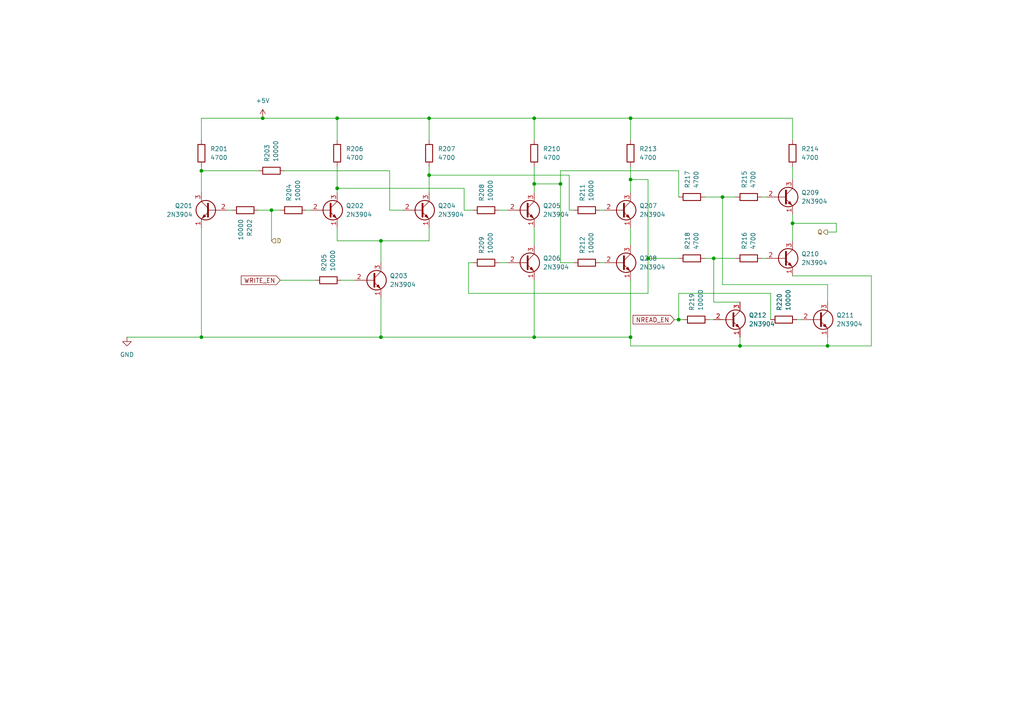
<source format=kicad_sch>
(kicad_sch
	(version 20250114)
	(generator "eeschema")
	(generator_version "9.0")
	(uuid "768d700c-9fce-4d37-95d7-771458debcaa")
	(paper "A4")
	(lib_symbols
		(symbol "Device:R"
			(pin_numbers
				(hide yes)
			)
			(pin_names
				(offset 0)
			)
			(exclude_from_sim no)
			(in_bom yes)
			(on_board yes)
			(property "Reference" "R"
				(at 2.032 0 90)
				(effects
					(font
						(size 1.27 1.27)
					)
				)
			)
			(property "Value" "R"
				(at 0 0 90)
				(effects
					(font
						(size 1.27 1.27)
					)
				)
			)
			(property "Footprint" ""
				(at -1.778 0 90)
				(effects
					(font
						(size 1.27 1.27)
					)
					(hide yes)
				)
			)
			(property "Datasheet" "~"
				(at 0 0 0)
				(effects
					(font
						(size 1.27 1.27)
					)
					(hide yes)
				)
			)
			(property "Description" "Resistor"
				(at 0 0 0)
				(effects
					(font
						(size 1.27 1.27)
					)
					(hide yes)
				)
			)
			(property "ki_keywords" "R res resistor"
				(at 0 0 0)
				(effects
					(font
						(size 1.27 1.27)
					)
					(hide yes)
				)
			)
			(property "ki_fp_filters" "R_*"
				(at 0 0 0)
				(effects
					(font
						(size 1.27 1.27)
					)
					(hide yes)
				)
			)
			(symbol "R_0_1"
				(rectangle
					(start -1.016 -2.54)
					(end 1.016 2.54)
					(stroke
						(width 0.254)
						(type default)
					)
					(fill
						(type none)
					)
				)
			)
			(symbol "R_1_1"
				(pin passive line
					(at 0 3.81 270)
					(length 1.27)
					(name "~"
						(effects
							(font
								(size 1.27 1.27)
							)
						)
					)
					(number "1"
						(effects
							(font
								(size 1.27 1.27)
							)
						)
					)
				)
				(pin passive line
					(at 0 -3.81 90)
					(length 1.27)
					(name "~"
						(effects
							(font
								(size 1.27 1.27)
							)
						)
					)
					(number "2"
						(effects
							(font
								(size 1.27 1.27)
							)
						)
					)
				)
			)
			(embedded_fonts no)
		)
		(symbol "Transistor_BJT:2N3904"
			(pin_names
				(offset 0)
				(hide yes)
			)
			(exclude_from_sim no)
			(in_bom yes)
			(on_board yes)
			(property "Reference" "Q"
				(at 5.08 1.905 0)
				(effects
					(font
						(size 1.27 1.27)
					)
					(justify left)
				)
			)
			(property "Value" "2N3904"
				(at 5.08 0 0)
				(effects
					(font
						(size 1.27 1.27)
					)
					(justify left)
				)
			)
			(property "Footprint" "Package_TO_SOT_THT:TO-92_Inline"
				(at 5.08 -1.905 0)
				(effects
					(font
						(size 1.27 1.27)
						(italic yes)
					)
					(justify left)
					(hide yes)
				)
			)
			(property "Datasheet" "https://www.onsemi.com/pub/Collateral/2N3903-D.PDF"
				(at 0 0 0)
				(effects
					(font
						(size 1.27 1.27)
					)
					(justify left)
					(hide yes)
				)
			)
			(property "Description" "0.2A Ic, 40V Vce, Small Signal NPN Transistor, TO-92"
				(at 0 0 0)
				(effects
					(font
						(size 1.27 1.27)
					)
					(hide yes)
				)
			)
			(property "Sim.Device" "NPN"
				(at 0 0 0)
				(effects
					(font
						(size 1.27 1.27)
					)
					(hide yes)
				)
			)
			(property "Sim.Pins" "1=E 2=B 3=C"
				(at 0 0 0)
				(effects
					(font
						(size 1.27 1.27)
					)
					(hide yes)
				)
			)
			(property "ki_keywords" "NPN Transistor"
				(at 0 0 0)
				(effects
					(font
						(size 1.27 1.27)
					)
					(hide yes)
				)
			)
			(property "ki_fp_filters" "TO?92*"
				(at 0 0 0)
				(effects
					(font
						(size 1.27 1.27)
					)
					(hide yes)
				)
			)
			(symbol "2N3904_0_1"
				(polyline
					(pts
						(xy -2.54 0) (xy 0.635 0)
					)
					(stroke
						(width 0)
						(type default)
					)
					(fill
						(type none)
					)
				)
				(polyline
					(pts
						(xy 0.635 1.905) (xy 0.635 -1.905)
					)
					(stroke
						(width 0.508)
						(type default)
					)
					(fill
						(type none)
					)
				)
				(circle
					(center 1.27 0)
					(radius 2.8194)
					(stroke
						(width 0.254)
						(type default)
					)
					(fill
						(type none)
					)
				)
			)
			(symbol "2N3904_1_1"
				(polyline
					(pts
						(xy 0.635 0.635) (xy 2.54 2.54)
					)
					(stroke
						(width 0)
						(type default)
					)
					(fill
						(type none)
					)
				)
				(polyline
					(pts
						(xy 0.635 -0.635) (xy 2.54 -2.54)
					)
					(stroke
						(width 0)
						(type default)
					)
					(fill
						(type none)
					)
				)
				(polyline
					(pts
						(xy 1.27 -1.778) (xy 1.778 -1.27) (xy 2.286 -2.286) (xy 1.27 -1.778)
					)
					(stroke
						(width 0)
						(type default)
					)
					(fill
						(type outline)
					)
				)
				(pin input line
					(at -5.08 0 0)
					(length 2.54)
					(name "B"
						(effects
							(font
								(size 1.27 1.27)
							)
						)
					)
					(number "2"
						(effects
							(font
								(size 1.27 1.27)
							)
						)
					)
				)
				(pin passive line
					(at 2.54 5.08 270)
					(length 2.54)
					(name "C"
						(effects
							(font
								(size 1.27 1.27)
							)
						)
					)
					(number "3"
						(effects
							(font
								(size 1.27 1.27)
							)
						)
					)
				)
				(pin passive line
					(at 2.54 -5.08 90)
					(length 2.54)
					(name "E"
						(effects
							(font
								(size 1.27 1.27)
							)
						)
					)
					(number "1"
						(effects
							(font
								(size 1.27 1.27)
							)
						)
					)
				)
			)
			(embedded_fonts no)
		)
		(symbol "power:+5V"
			(power)
			(pin_numbers
				(hide yes)
			)
			(pin_names
				(offset 0)
				(hide yes)
			)
			(exclude_from_sim no)
			(in_bom yes)
			(on_board yes)
			(property "Reference" "#PWR"
				(at 0 -3.81 0)
				(effects
					(font
						(size 1.27 1.27)
					)
					(hide yes)
				)
			)
			(property "Value" "+5V"
				(at 0 3.556 0)
				(effects
					(font
						(size 1.27 1.27)
					)
				)
			)
			(property "Footprint" ""
				(at 0 0 0)
				(effects
					(font
						(size 1.27 1.27)
					)
					(hide yes)
				)
			)
			(property "Datasheet" ""
				(at 0 0 0)
				(effects
					(font
						(size 1.27 1.27)
					)
					(hide yes)
				)
			)
			(property "Description" "Power symbol creates a global label with name \"+5V\""
				(at 0 0 0)
				(effects
					(font
						(size 1.27 1.27)
					)
					(hide yes)
				)
			)
			(property "ki_keywords" "global power"
				(at 0 0 0)
				(effects
					(font
						(size 1.27 1.27)
					)
					(hide yes)
				)
			)
			(symbol "+5V_0_1"
				(polyline
					(pts
						(xy -0.762 1.27) (xy 0 2.54)
					)
					(stroke
						(width 0)
						(type default)
					)
					(fill
						(type none)
					)
				)
				(polyline
					(pts
						(xy 0 2.54) (xy 0.762 1.27)
					)
					(stroke
						(width 0)
						(type default)
					)
					(fill
						(type none)
					)
				)
				(polyline
					(pts
						(xy 0 0) (xy 0 2.54)
					)
					(stroke
						(width 0)
						(type default)
					)
					(fill
						(type none)
					)
				)
			)
			(symbol "+5V_1_1"
				(pin power_in line
					(at 0 0 90)
					(length 0)
					(name "~"
						(effects
							(font
								(size 1.27 1.27)
							)
						)
					)
					(number "1"
						(effects
							(font
								(size 1.27 1.27)
							)
						)
					)
				)
			)
			(embedded_fonts no)
		)
		(symbol "power:GND"
			(power)
			(pin_numbers
				(hide yes)
			)
			(pin_names
				(offset 0)
				(hide yes)
			)
			(exclude_from_sim no)
			(in_bom yes)
			(on_board yes)
			(property "Reference" "#PWR"
				(at 0 -6.35 0)
				(effects
					(font
						(size 1.27 1.27)
					)
					(hide yes)
				)
			)
			(property "Value" "GND"
				(at 0 -3.81 0)
				(effects
					(font
						(size 1.27 1.27)
					)
				)
			)
			(property "Footprint" ""
				(at 0 0 0)
				(effects
					(font
						(size 1.27 1.27)
					)
					(hide yes)
				)
			)
			(property "Datasheet" ""
				(at 0 0 0)
				(effects
					(font
						(size 1.27 1.27)
					)
					(hide yes)
				)
			)
			(property "Description" "Power symbol creates a global label with name \"GND\" , ground"
				(at 0 0 0)
				(effects
					(font
						(size 1.27 1.27)
					)
					(hide yes)
				)
			)
			(property "ki_keywords" "global power"
				(at 0 0 0)
				(effects
					(font
						(size 1.27 1.27)
					)
					(hide yes)
				)
			)
			(symbol "GND_0_1"
				(polyline
					(pts
						(xy 0 0) (xy 0 -1.27) (xy 1.27 -1.27) (xy 0 -2.54) (xy -1.27 -1.27) (xy 0 -1.27)
					)
					(stroke
						(width 0)
						(type default)
					)
					(fill
						(type none)
					)
				)
			)
			(symbol "GND_1_1"
				(pin power_in line
					(at 0 0 270)
					(length 0)
					(name "~"
						(effects
							(font
								(size 1.27 1.27)
							)
						)
					)
					(number "1"
						(effects
							(font
								(size 1.27 1.27)
							)
						)
					)
				)
			)
			(embedded_fonts no)
		)
	)
	(junction
		(at 154.94 53.34)
		(diameter 0)
		(color 0 0 0 0)
		(uuid "0cfea4da-b3c0-4a22-96bc-f3662a3c7b00")
	)
	(junction
		(at 207.01 74.93)
		(diameter 0)
		(color 0 0 0 0)
		(uuid "17679095-8d46-4d90-a1e7-4df3de2254b2")
	)
	(junction
		(at 58.42 97.79)
		(diameter 0)
		(color 0 0 0 0)
		(uuid "265a6417-ea5c-41a8-99ac-b20abf56fd96")
	)
	(junction
		(at 182.88 97.79)
		(diameter 0)
		(color 0 0 0 0)
		(uuid "27743cf3-b01b-405c-afec-7c8a40c467dc")
	)
	(junction
		(at 78.74 60.96)
		(diameter 0)
		(color 0 0 0 0)
		(uuid "293481c2-95a9-49e4-b3bd-0a0c3a202eb4")
	)
	(junction
		(at 182.88 34.29)
		(diameter 0)
		(color 0 0 0 0)
		(uuid "3957b0c8-7e9d-4b49-b63a-33c6cf53c346")
	)
	(junction
		(at 209.55 57.15)
		(diameter 0)
		(color 0 0 0 0)
		(uuid "70a6500b-0697-4dc2-a7d6-77daaf9ad0e1")
	)
	(junction
		(at 187.96 74.93)
		(diameter 0)
		(color 0 0 0 0)
		(uuid "74dc2003-f035-4261-b5af-dc9a49792de5")
	)
	(junction
		(at 76.2 34.29)
		(diameter 0)
		(color 0 0 0 0)
		(uuid "76a8c29f-09fd-486c-8e6c-8ea50c7cb4c4")
	)
	(junction
		(at 58.42 49.53)
		(diameter 0)
		(color 0 0 0 0)
		(uuid "782cbfbf-1752-47ad-ad6d-2bc4f0d16c3b")
	)
	(junction
		(at 110.49 69.85)
		(diameter 0)
		(color 0 0 0 0)
		(uuid "7a120cc5-3673-4ade-a1e3-007e656636c9")
	)
	(junction
		(at 124.46 50.8)
		(diameter 0)
		(color 0 0 0 0)
		(uuid "8ef09c70-9098-4b80-a63f-5612777fbbb9")
	)
	(junction
		(at 154.94 34.29)
		(diameter 0)
		(color 0 0 0 0)
		(uuid "94e042f4-5090-4a6b-982f-4378d09808b3")
	)
	(junction
		(at 97.79 34.29)
		(diameter 0)
		(color 0 0 0 0)
		(uuid "a3887118-4e0a-40f4-a209-2c09ad033f86")
	)
	(junction
		(at 196.85 92.71)
		(diameter 0)
		(color 0 0 0 0)
		(uuid "b244509d-b47c-4916-9ec8-f1872c17290e")
	)
	(junction
		(at 229.87 64.77)
		(diameter 0)
		(color 0 0 0 0)
		(uuid "b83b9cc9-8905-422b-a9f4-096ed818ed05")
	)
	(junction
		(at 162.56 53.34)
		(diameter 0)
		(color 0 0 0 0)
		(uuid "c2581d15-1c1b-4488-b4c0-17db426765d7")
	)
	(junction
		(at 124.46 34.29)
		(diameter 0)
		(color 0 0 0 0)
		(uuid "c307c1ca-fe58-4556-837d-8dc575a49606")
	)
	(junction
		(at 154.94 97.79)
		(diameter 0)
		(color 0 0 0 0)
		(uuid "cca5b44d-09cc-4c30-bb6b-07fafef01839")
	)
	(junction
		(at 240.03 100.33)
		(diameter 0)
		(color 0 0 0 0)
		(uuid "d7017482-eb68-4224-acc0-752b2b163734")
	)
	(junction
		(at 214.63 100.33)
		(diameter 0)
		(color 0 0 0 0)
		(uuid "d8435a60-464c-429b-aec7-68b4788543cf")
	)
	(junction
		(at 97.79 54.61)
		(diameter 0)
		(color 0 0 0 0)
		(uuid "db9e3724-5fee-4dd8-92b5-5d8d96f906e3")
	)
	(junction
		(at 182.88 52.07)
		(diameter 0)
		(color 0 0 0 0)
		(uuid "efe745ab-32f6-4c17-99e6-0a58abd175ac")
	)
	(junction
		(at 110.49 97.79)
		(diameter 0)
		(color 0 0 0 0)
		(uuid "f4bb6f9f-6daf-484a-93bf-4947f98d4481")
	)
	(wire
		(pts
			(xy 110.49 97.79) (xy 110.49 86.36)
		)
		(stroke
			(width 0)
			(type default)
		)
		(uuid "00e25c0a-4c5a-414c-bc69-b52c5b08a0ec")
	)
	(wire
		(pts
			(xy 154.94 53.34) (xy 162.56 53.34)
		)
		(stroke
			(width 0)
			(type default)
		)
		(uuid "024943f9-4300-471a-a18c-eb8ead13bed9")
	)
	(wire
		(pts
			(xy 154.94 40.64) (xy 154.94 34.29)
		)
		(stroke
			(width 0)
			(type default)
		)
		(uuid "03186279-c258-4f82-a2bf-aefc734a4b00")
	)
	(wire
		(pts
			(xy 134.62 54.61) (xy 97.79 54.61)
		)
		(stroke
			(width 0)
			(type default)
		)
		(uuid "03c5c231-c74e-47b6-983e-36ea80d05bec")
	)
	(wire
		(pts
			(xy 154.94 53.34) (xy 154.94 55.88)
		)
		(stroke
			(width 0)
			(type default)
		)
		(uuid "04fc7748-2545-4b17-b01b-f498d4ee2f23")
	)
	(wire
		(pts
			(xy 187.96 74.93) (xy 196.85 74.93)
		)
		(stroke
			(width 0)
			(type default)
		)
		(uuid "0588a6f6-38d5-478f-9394-c5a795bcbbf8")
	)
	(wire
		(pts
			(xy 58.42 49.53) (xy 74.93 49.53)
		)
		(stroke
			(width 0)
			(type default)
		)
		(uuid "068d9e10-b6bd-4f2d-89f4-bdc1e319485e")
	)
	(wire
		(pts
			(xy 154.94 48.26) (xy 154.94 53.34)
		)
		(stroke
			(width 0)
			(type default)
		)
		(uuid "0787f12e-4124-40d0-87b9-f734a6946c72")
	)
	(wire
		(pts
			(xy 88.9 60.96) (xy 90.17 60.96)
		)
		(stroke
			(width 0)
			(type default)
		)
		(uuid "07d29120-98b0-4cf8-a023-a882a1b43d83")
	)
	(wire
		(pts
			(xy 58.42 34.29) (xy 76.2 34.29)
		)
		(stroke
			(width 0)
			(type default)
		)
		(uuid "0ce877f0-ccdd-4b06-8512-e9c09136f3f1")
	)
	(wire
		(pts
			(xy 229.87 64.77) (xy 242.57 64.77)
		)
		(stroke
			(width 0)
			(type default)
		)
		(uuid "0e5f47cc-17e5-4af0-a7fc-379eb0a04a16")
	)
	(wire
		(pts
			(xy 66.04 60.96) (xy 67.31 60.96)
		)
		(stroke
			(width 0)
			(type default)
		)
		(uuid "100ada7b-3c8e-4031-8d9f-f700f2dce22b")
	)
	(wire
		(pts
			(xy 97.79 48.26) (xy 97.79 54.61)
		)
		(stroke
			(width 0)
			(type default)
		)
		(uuid "10ec1632-ffd2-49a4-8c40-f6ed66980ca5")
	)
	(wire
		(pts
			(xy 124.46 40.64) (xy 124.46 34.29)
		)
		(stroke
			(width 0)
			(type default)
		)
		(uuid "11d2d1ea-06f9-4f6b-a2ae-9e1033043031")
	)
	(wire
		(pts
			(xy 214.63 100.33) (xy 240.03 100.33)
		)
		(stroke
			(width 0)
			(type default)
		)
		(uuid "11feee2c-d7b1-42b8-9371-7b1893de3386")
	)
	(wire
		(pts
			(xy 229.87 40.64) (xy 229.87 34.29)
		)
		(stroke
			(width 0)
			(type default)
		)
		(uuid "15d917d7-921d-4b45-b307-8ef890b261df")
	)
	(wire
		(pts
			(xy 58.42 97.79) (xy 110.49 97.79)
		)
		(stroke
			(width 0)
			(type default)
		)
		(uuid "15e83f65-aba7-4dc1-9762-93a3e46c8f6a")
	)
	(wire
		(pts
			(xy 229.87 48.26) (xy 229.87 52.07)
		)
		(stroke
			(width 0)
			(type default)
		)
		(uuid "1a3145a2-9f53-45f7-af30-1f7b417d045e")
	)
	(wire
		(pts
			(xy 154.94 97.79) (xy 110.49 97.79)
		)
		(stroke
			(width 0)
			(type default)
		)
		(uuid "1d7273fb-bf65-4ba5-ad9c-f602f512f757")
	)
	(wire
		(pts
			(xy 36.83 97.79) (xy 58.42 97.79)
		)
		(stroke
			(width 0)
			(type default)
		)
		(uuid "1e686a89-27b7-48ae-8c34-63bf70e6ed8b")
	)
	(wire
		(pts
			(xy 182.88 34.29) (xy 229.87 34.29)
		)
		(stroke
			(width 0)
			(type default)
		)
		(uuid "238b9427-054f-46c7-bf4f-baa4a62339c4")
	)
	(wire
		(pts
			(xy 204.47 74.93) (xy 207.01 74.93)
		)
		(stroke
			(width 0)
			(type default)
		)
		(uuid "26313530-7977-4819-9349-4d0aab2fbbe6")
	)
	(wire
		(pts
			(xy 78.74 60.96) (xy 78.74 69.85)
		)
		(stroke
			(width 0)
			(type default)
		)
		(uuid "2749e822-6c7f-4ee3-b012-bee49789bc56")
	)
	(wire
		(pts
			(xy 214.63 97.79) (xy 214.63 100.33)
		)
		(stroke
			(width 0)
			(type default)
		)
		(uuid "2c278669-16fc-4928-aaac-6bd5f4cb9445")
	)
	(wire
		(pts
			(xy 97.79 34.29) (xy 97.79 40.64)
		)
		(stroke
			(width 0)
			(type default)
		)
		(uuid "2db590f4-773d-4166-8d18-5c775a05e097")
	)
	(wire
		(pts
			(xy 182.88 97.79) (xy 154.94 97.79)
		)
		(stroke
			(width 0)
			(type default)
		)
		(uuid "37bd43aa-8149-4b68-b2c4-e1e943ea48fc")
	)
	(wire
		(pts
			(xy 137.16 60.96) (xy 134.62 60.96)
		)
		(stroke
			(width 0)
			(type default)
		)
		(uuid "37e52d65-20b3-4696-943a-5bf0567eb1e2")
	)
	(wire
		(pts
			(xy 135.89 85.09) (xy 187.96 85.09)
		)
		(stroke
			(width 0)
			(type default)
		)
		(uuid "3b6b7228-6623-40d5-8087-3c43b1b698c6")
	)
	(wire
		(pts
			(xy 58.42 48.26) (xy 58.42 49.53)
		)
		(stroke
			(width 0)
			(type default)
		)
		(uuid "3d31f552-fb6f-4e77-9e79-0b7ebab1e95e")
	)
	(wire
		(pts
			(xy 229.87 64.77) (xy 229.87 69.85)
		)
		(stroke
			(width 0)
			(type default)
		)
		(uuid "3d9b02d1-c983-4a25-aff2-626fd1741ec9")
	)
	(wire
		(pts
			(xy 58.42 66.04) (xy 58.42 97.79)
		)
		(stroke
			(width 0)
			(type default)
		)
		(uuid "3ff7919e-7c55-41c0-b5e9-c71c77cbd259")
	)
	(wire
		(pts
			(xy 240.03 82.55) (xy 209.55 82.55)
		)
		(stroke
			(width 0)
			(type default)
		)
		(uuid "4171908f-2072-4090-af45-f8542c681221")
	)
	(wire
		(pts
			(xy 58.42 40.64) (xy 58.42 34.29)
		)
		(stroke
			(width 0)
			(type default)
		)
		(uuid "427e8b1c-2c31-4e0b-b05d-f394faa34036")
	)
	(wire
		(pts
			(xy 113.03 49.53) (xy 113.03 60.96)
		)
		(stroke
			(width 0)
			(type default)
		)
		(uuid "44b4fc45-a97c-4eb1-987b-385730371ebc")
	)
	(wire
		(pts
			(xy 182.88 40.64) (xy 182.88 34.29)
		)
		(stroke
			(width 0)
			(type default)
		)
		(uuid "466b68c0-3b54-4a9e-a798-d81e586ea3aa")
	)
	(wire
		(pts
			(xy 173.99 60.96) (xy 175.26 60.96)
		)
		(stroke
			(width 0)
			(type default)
		)
		(uuid "47244b7b-5189-4050-a89c-8da097c27d16")
	)
	(wire
		(pts
			(xy 229.87 62.23) (xy 229.87 64.77)
		)
		(stroke
			(width 0)
			(type default)
		)
		(uuid "4e4f030d-3f7b-477c-8a42-c063fddc7664")
	)
	(wire
		(pts
			(xy 154.94 34.29) (xy 182.88 34.29)
		)
		(stroke
			(width 0)
			(type default)
		)
		(uuid "5261dfce-5290-45cf-ba52-f7febd284db9")
	)
	(wire
		(pts
			(xy 204.47 57.15) (xy 209.55 57.15)
		)
		(stroke
			(width 0)
			(type default)
		)
		(uuid "52ad7251-a868-4d7d-8f36-248501049b57")
	)
	(wire
		(pts
			(xy 240.03 87.63) (xy 240.03 82.55)
		)
		(stroke
			(width 0)
			(type default)
		)
		(uuid "54b1dbc5-6267-480b-80f8-8af6ebd27530")
	)
	(wire
		(pts
			(xy 110.49 69.85) (xy 124.46 69.85)
		)
		(stroke
			(width 0)
			(type default)
		)
		(uuid "5e9b25bc-fe8f-45ec-8b30-228c44c1e559")
	)
	(wire
		(pts
			(xy 165.1 60.96) (xy 165.1 50.8)
		)
		(stroke
			(width 0)
			(type default)
		)
		(uuid "62eedf9f-0636-49f0-8c18-94f4a391fd2b")
	)
	(wire
		(pts
			(xy 97.79 69.85) (xy 110.49 69.85)
		)
		(stroke
			(width 0)
			(type default)
		)
		(uuid "67b83da1-ab51-499c-b3bb-4795199057d9")
	)
	(wire
		(pts
			(xy 124.46 50.8) (xy 124.46 55.88)
		)
		(stroke
			(width 0)
			(type default)
		)
		(uuid "67edcb43-28ce-4135-ace3-ef3d3a0e28cc")
	)
	(wire
		(pts
			(xy 223.52 85.09) (xy 196.85 85.09)
		)
		(stroke
			(width 0)
			(type default)
		)
		(uuid "691e2b73-0a36-4646-a8a3-78ca8c6d93dc")
	)
	(wire
		(pts
			(xy 229.87 80.01) (xy 252.73 80.01)
		)
		(stroke
			(width 0)
			(type default)
		)
		(uuid "693675fc-d505-43f8-8ff4-20f16980b129")
	)
	(wire
		(pts
			(xy 182.88 48.26) (xy 182.88 52.07)
		)
		(stroke
			(width 0)
			(type default)
		)
		(uuid "6a8687e3-366e-4be1-bc6c-796d52c6efb0")
	)
	(wire
		(pts
			(xy 220.98 74.93) (xy 222.25 74.93)
		)
		(stroke
			(width 0)
			(type default)
		)
		(uuid "6cb410ba-14ad-40d6-aafc-3fd9ff6c7906")
	)
	(wire
		(pts
			(xy 173.99 76.2) (xy 175.26 76.2)
		)
		(stroke
			(width 0)
			(type default)
		)
		(uuid "6f86954c-8e00-4f26-8444-c89fce8652fb")
	)
	(wire
		(pts
			(xy 240.03 67.31) (xy 242.57 67.31)
		)
		(stroke
			(width 0)
			(type default)
		)
		(uuid "70729ac1-7255-43fc-8698-4e12db74ce50")
	)
	(wire
		(pts
			(xy 154.94 66.04) (xy 154.94 71.12)
		)
		(stroke
			(width 0)
			(type default)
		)
		(uuid "73100b51-583e-46c9-85b2-fc46e000d618")
	)
	(wire
		(pts
			(xy 196.85 49.53) (xy 162.56 49.53)
		)
		(stroke
			(width 0)
			(type default)
		)
		(uuid "761c0cc6-c9f5-4162-9e8d-ba0bb73ce073")
	)
	(wire
		(pts
			(xy 76.2 34.29) (xy 97.79 34.29)
		)
		(stroke
			(width 0)
			(type default)
		)
		(uuid "79ce6f2f-ec22-48cd-82d9-4f5435bcec06")
	)
	(wire
		(pts
			(xy 252.73 80.01) (xy 252.73 100.33)
		)
		(stroke
			(width 0)
			(type default)
		)
		(uuid "832ecc0c-4b3a-4e81-b3c1-8a362fec33d7")
	)
	(wire
		(pts
			(xy 207.01 74.93) (xy 213.36 74.93)
		)
		(stroke
			(width 0)
			(type default)
		)
		(uuid "84db63ba-0b74-4500-b61d-f4b9d141fb85")
	)
	(wire
		(pts
			(xy 162.56 49.53) (xy 162.56 53.34)
		)
		(stroke
			(width 0)
			(type default)
		)
		(uuid "88467087-102f-4e23-9af8-b1417e07f895")
	)
	(wire
		(pts
			(xy 78.74 60.96) (xy 81.28 60.96)
		)
		(stroke
			(width 0)
			(type default)
		)
		(uuid "89b10a5b-676d-4298-8662-3f882c6506a0")
	)
	(wire
		(pts
			(xy 195.58 92.71) (xy 196.85 92.71)
		)
		(stroke
			(width 0)
			(type default)
		)
		(uuid "90e4ea8d-bb22-4b77-8b7e-dd5a6df7af20")
	)
	(wire
		(pts
			(xy 124.46 34.29) (xy 154.94 34.29)
		)
		(stroke
			(width 0)
			(type default)
		)
		(uuid "92e518b3-e8ef-41a4-83c2-7d4bb9cc0323")
	)
	(wire
		(pts
			(xy 154.94 81.28) (xy 154.94 97.79)
		)
		(stroke
			(width 0)
			(type default)
		)
		(uuid "93507fc2-6e3e-4c6b-990c-1a855a997c6a")
	)
	(wire
		(pts
			(xy 135.89 76.2) (xy 137.16 76.2)
		)
		(stroke
			(width 0)
			(type default)
		)
		(uuid "986c47a6-e160-4ebf-9e5f-510bd04dbd68")
	)
	(wire
		(pts
			(xy 162.56 76.2) (xy 166.37 76.2)
		)
		(stroke
			(width 0)
			(type default)
		)
		(uuid "98946b7a-80ba-4871-9679-88a87ec114c4")
	)
	(wire
		(pts
			(xy 113.03 60.96) (xy 116.84 60.96)
		)
		(stroke
			(width 0)
			(type default)
		)
		(uuid "9bd681cd-493c-4f8a-8065-e43a98da2922")
	)
	(wire
		(pts
			(xy 231.14 92.71) (xy 232.41 92.71)
		)
		(stroke
			(width 0)
			(type default)
		)
		(uuid "9d82967d-a566-42c4-924f-6b322933c5e1")
	)
	(wire
		(pts
			(xy 166.37 60.96) (xy 165.1 60.96)
		)
		(stroke
			(width 0)
			(type default)
		)
		(uuid "9feca547-ce19-4bbe-81ef-3606bb6cfee0")
	)
	(wire
		(pts
			(xy 187.96 74.93) (xy 187.96 52.07)
		)
		(stroke
			(width 0)
			(type default)
		)
		(uuid "a2e4a1d4-1e0f-4a62-a85b-ec7979ab266a")
	)
	(wire
		(pts
			(xy 182.88 100.33) (xy 182.88 97.79)
		)
		(stroke
			(width 0)
			(type default)
		)
		(uuid "a7cb7c61-6aa6-41fb-8781-5c06be2a7ccb")
	)
	(wire
		(pts
			(xy 214.63 87.63) (xy 207.01 87.63)
		)
		(stroke
			(width 0)
			(type default)
		)
		(uuid "a9b737ac-cd6d-47e6-92b7-652002c2cb90")
	)
	(wire
		(pts
			(xy 182.88 52.07) (xy 182.88 55.88)
		)
		(stroke
			(width 0)
			(type default)
		)
		(uuid "ab0cd44b-16a1-48eb-bf2e-42697fc2e622")
	)
	(wire
		(pts
			(xy 196.85 92.71) (xy 198.12 92.71)
		)
		(stroke
			(width 0)
			(type default)
		)
		(uuid "acaf2939-e0cf-44d7-88a7-6484b3bb0b41")
	)
	(wire
		(pts
			(xy 81.28 81.28) (xy 91.44 81.28)
		)
		(stroke
			(width 0)
			(type default)
		)
		(uuid "aec78e07-2413-4205-95fb-99e3e18033b3")
	)
	(wire
		(pts
			(xy 196.85 85.09) (xy 196.85 92.71)
		)
		(stroke
			(width 0)
			(type default)
		)
		(uuid "b0b8ca01-6172-46e1-864a-f2c60d6c5dbf")
	)
	(wire
		(pts
			(xy 124.46 48.26) (xy 124.46 50.8)
		)
		(stroke
			(width 0)
			(type default)
		)
		(uuid "b0cce063-57c6-4a4a-bef6-311d7ffd7888")
	)
	(wire
		(pts
			(xy 223.52 92.71) (xy 223.52 85.09)
		)
		(stroke
			(width 0)
			(type default)
		)
		(uuid "b1e95115-c63c-4109-9e29-89089ffbd07a")
	)
	(wire
		(pts
			(xy 240.03 100.33) (xy 240.03 97.79)
		)
		(stroke
			(width 0)
			(type default)
		)
		(uuid "b4199d00-3525-4fe1-8aa2-81a870583537")
	)
	(wire
		(pts
			(xy 182.88 81.28) (xy 182.88 97.79)
		)
		(stroke
			(width 0)
			(type default)
		)
		(uuid "b48faee0-1236-48ed-a829-9b3242e8b4e4")
	)
	(wire
		(pts
			(xy 135.89 76.2) (xy 135.89 85.09)
		)
		(stroke
			(width 0)
			(type default)
		)
		(uuid "b4b78167-f24d-40d3-af75-6df2593e3fbe")
	)
	(wire
		(pts
			(xy 144.78 76.2) (xy 147.32 76.2)
		)
		(stroke
			(width 0)
			(type default)
		)
		(uuid "b4bcf4df-3603-4a3b-8b93-fd81178e0bad")
	)
	(wire
		(pts
			(xy 209.55 57.15) (xy 213.36 57.15)
		)
		(stroke
			(width 0)
			(type default)
		)
		(uuid "b636cfe8-8dd6-4dec-ae69-311eca2a0a2e")
	)
	(wire
		(pts
			(xy 97.79 66.04) (xy 97.79 69.85)
		)
		(stroke
			(width 0)
			(type default)
		)
		(uuid "bd4f40f3-9bf8-4083-b0f0-adad0670f5f4")
	)
	(wire
		(pts
			(xy 187.96 52.07) (xy 182.88 52.07)
		)
		(stroke
			(width 0)
			(type default)
		)
		(uuid "bf552d83-5e65-4a72-8dcc-4b1ae5ce1648")
	)
	(wire
		(pts
			(xy 162.56 76.2) (xy 162.56 53.34)
		)
		(stroke
			(width 0)
			(type default)
		)
		(uuid "bffad900-d96d-48b9-b7f0-53517019557a")
	)
	(wire
		(pts
			(xy 252.73 100.33) (xy 240.03 100.33)
		)
		(stroke
			(width 0)
			(type default)
		)
		(uuid "c14dc49a-50fb-46f3-8812-9c11d3ff71c2")
	)
	(wire
		(pts
			(xy 182.88 66.04) (xy 182.88 71.12)
		)
		(stroke
			(width 0)
			(type default)
		)
		(uuid "c66dda25-5f89-4608-96db-550ef465c183")
	)
	(wire
		(pts
			(xy 209.55 82.55) (xy 209.55 57.15)
		)
		(stroke
			(width 0)
			(type default)
		)
		(uuid "c68ee0b5-d433-4e60-b2cf-3250a96ad7bc")
	)
	(wire
		(pts
			(xy 242.57 67.31) (xy 242.57 64.77)
		)
		(stroke
			(width 0)
			(type default)
		)
		(uuid "c6f96be5-ac95-43e3-b736-69f1e81f9aad")
	)
	(wire
		(pts
			(xy 124.46 34.29) (xy 97.79 34.29)
		)
		(stroke
			(width 0)
			(type default)
		)
		(uuid "cd0ff56e-12dc-4fc7-a5fa-34b24def251f")
	)
	(wire
		(pts
			(xy 124.46 50.8) (xy 165.1 50.8)
		)
		(stroke
			(width 0)
			(type default)
		)
		(uuid "cd7851ac-c347-4be8-b887-3541814a7b9f")
	)
	(wire
		(pts
			(xy 134.62 60.96) (xy 134.62 54.61)
		)
		(stroke
			(width 0)
			(type default)
		)
		(uuid "d01064b8-7ad0-4f7a-b004-feaa0bdb228d")
	)
	(wire
		(pts
			(xy 196.85 57.15) (xy 196.85 49.53)
		)
		(stroke
			(width 0)
			(type default)
		)
		(uuid "d1b09bac-f6c1-4ce1-a434-b9d2ae5c1eb7")
	)
	(wire
		(pts
			(xy 220.98 57.15) (xy 222.25 57.15)
		)
		(stroke
			(width 0)
			(type default)
		)
		(uuid "d38eab0c-da87-4d93-8078-80722459c77f")
	)
	(wire
		(pts
			(xy 58.42 49.53) (xy 58.42 55.88)
		)
		(stroke
			(width 0)
			(type default)
		)
		(uuid "d6ee16ed-8f69-4aa4-b571-80b733e1b392")
	)
	(wire
		(pts
			(xy 207.01 87.63) (xy 207.01 74.93)
		)
		(stroke
			(width 0)
			(type default)
		)
		(uuid "d73b70b5-c389-4ad8-bb1b-739bcc6d120e")
	)
	(wire
		(pts
			(xy 99.06 81.28) (xy 102.87 81.28)
		)
		(stroke
			(width 0)
			(type default)
		)
		(uuid "d8f2db44-a0d2-4aba-9842-39b4f05b8b94")
	)
	(wire
		(pts
			(xy 187.96 85.09) (xy 187.96 74.93)
		)
		(stroke
			(width 0)
			(type default)
		)
		(uuid "dc64a629-efb3-4f9e-804f-88b7f4176a45")
	)
	(wire
		(pts
			(xy 82.55 49.53) (xy 113.03 49.53)
		)
		(stroke
			(width 0)
			(type default)
		)
		(uuid "dd3c69ec-21e1-41ba-b6ee-0a18fb5125d2")
	)
	(wire
		(pts
			(xy 205.74 92.71) (xy 207.01 92.71)
		)
		(stroke
			(width 0)
			(type default)
		)
		(uuid "e49dcb22-84b2-4962-b0a5-8e68acbc7ec7")
	)
	(wire
		(pts
			(xy 124.46 66.04) (xy 124.46 69.85)
		)
		(stroke
			(width 0)
			(type default)
		)
		(uuid "e5729e45-497f-482b-9990-ddd779763da7")
	)
	(wire
		(pts
			(xy 97.79 54.61) (xy 97.79 55.88)
		)
		(stroke
			(width 0)
			(type default)
		)
		(uuid "e8e83e5a-85bf-4d86-bdc0-7c433a13c4d1")
	)
	(wire
		(pts
			(xy 214.63 100.33) (xy 182.88 100.33)
		)
		(stroke
			(width 0)
			(type default)
		)
		(uuid "ee0606e5-9832-4401-813b-08bcc2f52a28")
	)
	(wire
		(pts
			(xy 144.78 60.96) (xy 147.32 60.96)
		)
		(stroke
			(width 0)
			(type default)
		)
		(uuid "f0b5b39a-2290-477a-bb11-69153f3a77e5")
	)
	(wire
		(pts
			(xy 74.93 60.96) (xy 78.74 60.96)
		)
		(stroke
			(width 0)
			(type default)
		)
		(uuid "f1e878d2-4ae9-42c0-9cbc-123f2691dbcc")
	)
	(wire
		(pts
			(xy 110.49 69.85) (xy 110.49 76.2)
		)
		(stroke
			(width 0)
			(type default)
		)
		(uuid "f8b097c0-4b17-4f32-a20f-51e24d90deaf")
	)
	(global_label "NREAD_EN"
		(shape input)
		(at 195.58 92.71 180)
		(fields_autoplaced yes)
		(effects
			(font
				(size 1.27 1.27)
			)
			(justify right)
		)
		(uuid "289d2810-0c5d-4302-aba3-5f8d3854dbe0")
		(property "Intersheetrefs" "${INTERSHEET_REFS}"
			(at 183.0396 92.71 0)
			(effects
				(font
					(size 1.27 1.27)
				)
				(justify right)
				(hide yes)
			)
		)
	)
	(global_label "WRITE_EN"
		(shape input)
		(at 81.28 81.28 180)
		(fields_autoplaced yes)
		(effects
			(font
				(size 1.27 1.27)
			)
			(justify right)
		)
		(uuid "75b99073-343b-4558-8c48-2480f6ec8dd8")
		(property "Intersheetrefs" "${INTERSHEET_REFS}"
			(at 93.1551 81.28 0)
			(effects
				(font
					(size 1.27 1.27)
				)
				(justify left)
				(hide yes)
			)
		)
	)
	(hierarchical_label "Q"
		(shape output)
		(at 240.03 67.31 180)
		(effects
			(font
				(size 1.27 1.27)
			)
			(justify right)
		)
		(uuid "10bae361-0003-4105-8e22-1f4e4b082fe9")
	)
	(hierarchical_label "D"
		(shape input)
		(at 78.74 69.85 0)
		(effects
			(font
				(size 1.27 1.27)
			)
			(justify left)
		)
		(uuid "db04f83b-7fff-415a-af9b-2cd05b7fb59a")
	)
	(symbol
		(lib_id "Device:R")
		(at 182.88 44.45 0)
		(unit 1)
		(exclude_from_sim no)
		(in_bom yes)
		(on_board yes)
		(dnp no)
		(fields_autoplaced yes)
		(uuid "0f28563b-820f-4a8d-8430-8d05713db260")
		(property "Reference" "R213"
			(at 185.42 43.1799 0)
			(effects
				(font
					(size 1.27 1.27)
				)
				(justify left)
			)
		)
		(property "Value" "4700"
			(at 185.42 45.7199 0)
			(effects
				(font
					(size 1.27 1.27)
				)
				(justify left)
			)
		)
		(property "Footprint" "Resistor_SMD:R_0805_2012Metric"
			(at 181.102 44.45 90)
			(effects
				(font
					(size 1.27 1.27)
				)
				(hide yes)
			)
		)
		(property "Datasheet" "~"
			(at 182.88 44.45 0)
			(effects
				(font
					(size 1.27 1.27)
				)
				(hide yes)
			)
		)
		(property "Description" "Resistor"
			(at 182.88 44.45 0)
			(effects
				(font
					(size 1.27 1.27)
				)
				(hide yes)
			)
		)
		(pin "1"
			(uuid "44cb2488-2c87-4306-9bf6-e6231f877200")
		)
		(pin "2"
			(uuid "d432ed9d-0a23-4511-b2a0-c0d2b0034aa3")
		)
		(instances
			(project "reg"
				(path "/e96f5457-db99-4a37-99bc-c8d984ac6a13/013fff21-ffe2-43e7-a1f8-0a32857b7896"
					(reference "R213")
					(unit 1)
				)
				(path "/e96f5457-db99-4a37-99bc-c8d984ac6a13/30ba2064-e100-4f8d-b3a1-125f64cbf04c"
					(reference "R613")
					(unit 1)
				)
				(path "/e96f5457-db99-4a37-99bc-c8d984ac6a13/923b57a8-f58b-434d-904b-73d863da6ce9"
					(reference "R913")
					(unit 1)
				)
				(path "/e96f5457-db99-4a37-99bc-c8d984ac6a13/9f532a69-b62a-44be-b880-dd24be2279e9"
					(reference "R713")
					(unit 1)
				)
				(path "/e96f5457-db99-4a37-99bc-c8d984ac6a13/c2d8d58b-542c-461c-b9f4-6e6e89a39778"
					(reference "R413")
					(unit 1)
				)
				(path "/e96f5457-db99-4a37-99bc-c8d984ac6a13/c7433d95-4075-4205-b5e6-47a43aed50e4"
					(reference "R813")
					(unit 1)
				)
				(path "/e96f5457-db99-4a37-99bc-c8d984ac6a13/c7ee0f21-7ea9-43ab-b94d-a45cd14284f5"
					(reference "R313")
					(unit 1)
				)
				(path "/e96f5457-db99-4a37-99bc-c8d984ac6a13/fa35338c-80aa-4458-abfc-3f34ff436d6b"
					(reference "R513")
					(unit 1)
				)
			)
		)
	)
	(symbol
		(lib_id "Device:R")
		(at 170.18 76.2 90)
		(unit 1)
		(exclude_from_sim no)
		(in_bom yes)
		(on_board yes)
		(dnp no)
		(fields_autoplaced yes)
		(uuid "0f4e9cfe-25f7-4b66-afa5-6e5a38ed1240")
		(property "Reference" "R212"
			(at 168.9099 73.66 0)
			(effects
				(font
					(size 1.27 1.27)
				)
				(justify left)
			)
		)
		(property "Value" "10000"
			(at 171.4499 73.66 0)
			(effects
				(font
					(size 1.27 1.27)
				)
				(justify left)
			)
		)
		(property "Footprint" "Resistor_SMD:R_0805_2012Metric"
			(at 170.18 77.978 90)
			(effects
				(font
					(size 1.27 1.27)
				)
				(hide yes)
			)
		)
		(property "Datasheet" "~"
			(at 170.18 76.2 0)
			(effects
				(font
					(size 1.27 1.27)
				)
				(hide yes)
			)
		)
		(property "Description" "Resistor"
			(at 170.18 76.2 0)
			(effects
				(font
					(size 1.27 1.27)
				)
				(hide yes)
			)
		)
		(pin "1"
			(uuid "fd7b21a2-5326-4656-b483-1524fc470ca8")
		)
		(pin "2"
			(uuid "9fb91e0a-99db-4ea8-b759-0d97a019620d")
		)
		(instances
			(project "reg"
				(path "/e96f5457-db99-4a37-99bc-c8d984ac6a13/013fff21-ffe2-43e7-a1f8-0a32857b7896"
					(reference "R212")
					(unit 1)
				)
				(path "/e96f5457-db99-4a37-99bc-c8d984ac6a13/30ba2064-e100-4f8d-b3a1-125f64cbf04c"
					(reference "R612")
					(unit 1)
				)
				(path "/e96f5457-db99-4a37-99bc-c8d984ac6a13/923b57a8-f58b-434d-904b-73d863da6ce9"
					(reference "R912")
					(unit 1)
				)
				(path "/e96f5457-db99-4a37-99bc-c8d984ac6a13/9f532a69-b62a-44be-b880-dd24be2279e9"
					(reference "R712")
					(unit 1)
				)
				(path "/e96f5457-db99-4a37-99bc-c8d984ac6a13/c2d8d58b-542c-461c-b9f4-6e6e89a39778"
					(reference "R412")
					(unit 1)
				)
				(path "/e96f5457-db99-4a37-99bc-c8d984ac6a13/c7433d95-4075-4205-b5e6-47a43aed50e4"
					(reference "R812")
					(unit 1)
				)
				(path "/e96f5457-db99-4a37-99bc-c8d984ac6a13/c7ee0f21-7ea9-43ab-b94d-a45cd14284f5"
					(reference "R312")
					(unit 1)
				)
				(path "/e96f5457-db99-4a37-99bc-c8d984ac6a13/fa35338c-80aa-4458-abfc-3f34ff436d6b"
					(reference "R512")
					(unit 1)
				)
			)
		)
	)
	(symbol
		(lib_id "Device:R")
		(at 227.33 92.71 90)
		(unit 1)
		(exclude_from_sim no)
		(in_bom yes)
		(on_board yes)
		(dnp no)
		(fields_autoplaced yes)
		(uuid "297719d2-3884-4b89-8593-cc15443aa744")
		(property "Reference" "R220"
			(at 226.0599 90.17 0)
			(effects
				(font
					(size 1.27 1.27)
				)
				(justify left)
			)
		)
		(property "Value" "10000"
			(at 228.5999 90.17 0)
			(effects
				(font
					(size 1.27 1.27)
				)
				(justify left)
			)
		)
		(property "Footprint" "Resistor_SMD:R_0805_2012Metric"
			(at 227.33 94.488 90)
			(effects
				(font
					(size 1.27 1.27)
				)
				(hide yes)
			)
		)
		(property "Datasheet" "~"
			(at 227.33 92.71 0)
			(effects
				(font
					(size 1.27 1.27)
				)
				(hide yes)
			)
		)
		(property "Description" "Resistor"
			(at 227.33 92.71 0)
			(effects
				(font
					(size 1.27 1.27)
				)
				(hide yes)
			)
		)
		(pin "1"
			(uuid "5a6ad9af-5cf5-4f3d-8d69-ef2c20b09ac2")
		)
		(pin "2"
			(uuid "e674065c-6ef5-495c-93da-0a8ebc7c4273")
		)
		(instances
			(project "reg"
				(path "/e96f5457-db99-4a37-99bc-c8d984ac6a13/013fff21-ffe2-43e7-a1f8-0a32857b7896"
					(reference "R220")
					(unit 1)
				)
				(path "/e96f5457-db99-4a37-99bc-c8d984ac6a13/30ba2064-e100-4f8d-b3a1-125f64cbf04c"
					(reference "R620")
					(unit 1)
				)
				(path "/e96f5457-db99-4a37-99bc-c8d984ac6a13/923b57a8-f58b-434d-904b-73d863da6ce9"
					(reference "R920")
					(unit 1)
				)
				(path "/e96f5457-db99-4a37-99bc-c8d984ac6a13/9f532a69-b62a-44be-b880-dd24be2279e9"
					(reference "R720")
					(unit 1)
				)
				(path "/e96f5457-db99-4a37-99bc-c8d984ac6a13/c2d8d58b-542c-461c-b9f4-6e6e89a39778"
					(reference "R420")
					(unit 1)
				)
				(path "/e96f5457-db99-4a37-99bc-c8d984ac6a13/c7433d95-4075-4205-b5e6-47a43aed50e4"
					(reference "R820")
					(unit 1)
				)
				(path "/e96f5457-db99-4a37-99bc-c8d984ac6a13/c7ee0f21-7ea9-43ab-b94d-a45cd14284f5"
					(reference "R320")
					(unit 1)
				)
				(path "/e96f5457-db99-4a37-99bc-c8d984ac6a13/fa35338c-80aa-4458-abfc-3f34ff436d6b"
					(reference "R520")
					(unit 1)
				)
			)
		)
	)
	(symbol
		(lib_id "Transistor_BJT:2N3904")
		(at 107.95 81.28 0)
		(unit 1)
		(exclude_from_sim no)
		(in_bom yes)
		(on_board yes)
		(dnp no)
		(fields_autoplaced yes)
		(uuid "2a060d5a-eb72-40d5-ab52-be3a80f4e4e4")
		(property "Reference" "Q203"
			(at 113.03 80.0099 0)
			(effects
				(font
					(size 1.27 1.27)
				)
				(justify left)
			)
		)
		(property "Value" "2N3904"
			(at 113.03 82.5499 0)
			(effects
				(font
					(size 1.27 1.27)
				)
				(justify left)
			)
		)
		(property "Footprint" "Package_TO_SOT_THT:TO-92_Inline"
			(at 113.03 83.185 0)
			(effects
				(font
					(size 1.27 1.27)
					(italic yes)
				)
				(justify left)
				(hide yes)
			)
		)
		(property "Datasheet" "https://www.onsemi.com/pub/Collateral/2N3903-D.PDF"
			(at 107.95 81.28 0)
			(effects
				(font
					(size 1.27 1.27)
				)
				(justify left)
				(hide yes)
			)
		)
		(property "Description" "0.2A Ic, 40V Vce, Small Signal NPN Transistor, TO-92"
			(at 107.95 81.28 0)
			(effects
				(font
					(size 1.27 1.27)
				)
				(hide yes)
			)
		)
		(property "Sim.Device" "NPN"
			(at 107.95 81.28 0)
			(effects
				(font
					(size 1.27 1.27)
				)
				(hide yes)
			)
		)
		(property "Sim.Pins" "1=E 2=B 3=C"
			(at 107.95 81.28 0)
			(effects
				(font
					(size 1.27 1.27)
				)
				(hide yes)
			)
		)
		(pin "1"
			(uuid "cf89cf71-3049-456d-a5aa-31225f7dc8df")
		)
		(pin "2"
			(uuid "f42b0a16-bd1f-4828-8fc2-a02c319c5d09")
		)
		(pin "3"
			(uuid "ff846fc2-c81d-4cd9-b0ac-a6766927ff24")
		)
		(instances
			(project "reg"
				(path "/e96f5457-db99-4a37-99bc-c8d984ac6a13/013fff21-ffe2-43e7-a1f8-0a32857b7896"
					(reference "Q203")
					(unit 1)
				)
				(path "/e96f5457-db99-4a37-99bc-c8d984ac6a13/30ba2064-e100-4f8d-b3a1-125f64cbf04c"
					(reference "Q603")
					(unit 1)
				)
				(path "/e96f5457-db99-4a37-99bc-c8d984ac6a13/923b57a8-f58b-434d-904b-73d863da6ce9"
					(reference "Q903")
					(unit 1)
				)
				(path "/e96f5457-db99-4a37-99bc-c8d984ac6a13/9f532a69-b62a-44be-b880-dd24be2279e9"
					(reference "Q703")
					(unit 1)
				)
				(path "/e96f5457-db99-4a37-99bc-c8d984ac6a13/c2d8d58b-542c-461c-b9f4-6e6e89a39778"
					(reference "Q403")
					(unit 1)
				)
				(path "/e96f5457-db99-4a37-99bc-c8d984ac6a13/c7433d95-4075-4205-b5e6-47a43aed50e4"
					(reference "Q803")
					(unit 1)
				)
				(path "/e96f5457-db99-4a37-99bc-c8d984ac6a13/c7ee0f21-7ea9-43ab-b94d-a45cd14284f5"
					(reference "Q303")
					(unit 1)
				)
				(path "/e96f5457-db99-4a37-99bc-c8d984ac6a13/fa35338c-80aa-4458-abfc-3f34ff436d6b"
					(reference "Q503")
					(unit 1)
				)
			)
		)
	)
	(symbol
		(lib_id "Device:R")
		(at 71.12 60.96 270)
		(unit 1)
		(exclude_from_sim no)
		(in_bom yes)
		(on_board yes)
		(dnp no)
		(fields_autoplaced yes)
		(uuid "3c05f6fd-b8fe-4684-ba8d-26089922310a")
		(property "Reference" "R202"
			(at 72.3901 63.5 0)
			(effects
				(font
					(size 1.27 1.27)
				)
				(justify left)
			)
		)
		(property "Value" "10000"
			(at 69.8501 63.5 0)
			(effects
				(font
					(size 1.27 1.27)
				)
				(justify left)
			)
		)
		(property "Footprint" "Resistor_SMD:R_0805_2012Metric"
			(at 71.12 59.182 90)
			(effects
				(font
					(size 1.27 1.27)
				)
				(hide yes)
			)
		)
		(property "Datasheet" "~"
			(at 71.12 60.96 0)
			(effects
				(font
					(size 1.27 1.27)
				)
				(hide yes)
			)
		)
		(property "Description" "Resistor"
			(at 71.12 60.96 0)
			(effects
				(font
					(size 1.27 1.27)
				)
				(hide yes)
			)
		)
		(pin "1"
			(uuid "1cff6dcf-a657-42b7-ad87-015bb9f3487e")
		)
		(pin "2"
			(uuid "21450f81-15b1-45fd-a6b6-9b7431fc9dc5")
		)
		(instances
			(project "reg"
				(path "/e96f5457-db99-4a37-99bc-c8d984ac6a13/013fff21-ffe2-43e7-a1f8-0a32857b7896"
					(reference "R202")
					(unit 1)
				)
				(path "/e96f5457-db99-4a37-99bc-c8d984ac6a13/30ba2064-e100-4f8d-b3a1-125f64cbf04c"
					(reference "R602")
					(unit 1)
				)
				(path "/e96f5457-db99-4a37-99bc-c8d984ac6a13/923b57a8-f58b-434d-904b-73d863da6ce9"
					(reference "R902")
					(unit 1)
				)
				(path "/e96f5457-db99-4a37-99bc-c8d984ac6a13/9f532a69-b62a-44be-b880-dd24be2279e9"
					(reference "R702")
					(unit 1)
				)
				(path "/e96f5457-db99-4a37-99bc-c8d984ac6a13/c2d8d58b-542c-461c-b9f4-6e6e89a39778"
					(reference "R402")
					(unit 1)
				)
				(path "/e96f5457-db99-4a37-99bc-c8d984ac6a13/c7433d95-4075-4205-b5e6-47a43aed50e4"
					(reference "R802")
					(unit 1)
				)
				(path "/e96f5457-db99-4a37-99bc-c8d984ac6a13/c7ee0f21-7ea9-43ab-b94d-a45cd14284f5"
					(reference "R302")
					(unit 1)
				)
				(path "/e96f5457-db99-4a37-99bc-c8d984ac6a13/fa35338c-80aa-4458-abfc-3f34ff436d6b"
					(reference "R502")
					(unit 1)
				)
			)
		)
	)
	(symbol
		(lib_id "Transistor_BJT:2N3904")
		(at 237.49 92.71 0)
		(unit 1)
		(exclude_from_sim no)
		(in_bom yes)
		(on_board yes)
		(dnp no)
		(fields_autoplaced yes)
		(uuid "432eb59c-b5b2-492d-8335-900b73efda73")
		(property "Reference" "Q211"
			(at 242.57 91.4399 0)
			(effects
				(font
					(size 1.27 1.27)
				)
				(justify left)
			)
		)
		(property "Value" "2N3904"
			(at 242.57 93.9799 0)
			(effects
				(font
					(size 1.27 1.27)
				)
				(justify left)
			)
		)
		(property "Footprint" "Package_TO_SOT_THT:TO-92_Inline"
			(at 242.57 94.615 0)
			(effects
				(font
					(size 1.27 1.27)
					(italic yes)
				)
				(justify left)
				(hide yes)
			)
		)
		(property "Datasheet" "https://www.onsemi.com/pub/Collateral/2N3903-D.PDF"
			(at 237.49 92.71 0)
			(effects
				(font
					(size 1.27 1.27)
				)
				(justify left)
				(hide yes)
			)
		)
		(property "Description" "0.2A Ic, 40V Vce, Small Signal NPN Transistor, TO-92"
			(at 237.49 92.71 0)
			(effects
				(font
					(size 1.27 1.27)
				)
				(hide yes)
			)
		)
		(property "Sim.Device" "NPN"
			(at 237.49 92.71 0)
			(effects
				(font
					(size 1.27 1.27)
				)
				(hide yes)
			)
		)
		(property "Sim.Pins" "1=E 2=B 3=C"
			(at 237.49 92.71 0)
			(effects
				(font
					(size 1.27 1.27)
				)
				(hide yes)
			)
		)
		(pin "1"
			(uuid "da00bf88-f201-4fdf-8264-9cdf4081ba6f")
		)
		(pin "2"
			(uuid "a89b0ac0-c5ea-4dd1-a922-6db939f1141b")
		)
		(pin "3"
			(uuid "769a3bca-abec-4f8f-8863-bcc823efdf60")
		)
		(instances
			(project "reg"
				(path "/e96f5457-db99-4a37-99bc-c8d984ac6a13/013fff21-ffe2-43e7-a1f8-0a32857b7896"
					(reference "Q211")
					(unit 1)
				)
				(path "/e96f5457-db99-4a37-99bc-c8d984ac6a13/30ba2064-e100-4f8d-b3a1-125f64cbf04c"
					(reference "Q611")
					(unit 1)
				)
				(path "/e96f5457-db99-4a37-99bc-c8d984ac6a13/923b57a8-f58b-434d-904b-73d863da6ce9"
					(reference "Q911")
					(unit 1)
				)
				(path "/e96f5457-db99-4a37-99bc-c8d984ac6a13/9f532a69-b62a-44be-b880-dd24be2279e9"
					(reference "Q711")
					(unit 1)
				)
				(path "/e96f5457-db99-4a37-99bc-c8d984ac6a13/c2d8d58b-542c-461c-b9f4-6e6e89a39778"
					(reference "Q411")
					(unit 1)
				)
				(path "/e96f5457-db99-4a37-99bc-c8d984ac6a13/c7433d95-4075-4205-b5e6-47a43aed50e4"
					(reference "Q811")
					(unit 1)
				)
				(path "/e96f5457-db99-4a37-99bc-c8d984ac6a13/c7ee0f21-7ea9-43ab-b94d-a45cd14284f5"
					(reference "Q311")
					(unit 1)
				)
				(path "/e96f5457-db99-4a37-99bc-c8d984ac6a13/fa35338c-80aa-4458-abfc-3f34ff436d6b"
					(reference "Q511")
					(unit 1)
				)
			)
		)
	)
	(symbol
		(lib_id "Device:R")
		(at 78.74 49.53 90)
		(unit 1)
		(exclude_from_sim no)
		(in_bom yes)
		(on_board yes)
		(dnp no)
		(fields_autoplaced yes)
		(uuid "4ed082d9-1359-40b4-beb1-796868e1f31d")
		(property "Reference" "R203"
			(at 77.4699 46.99 0)
			(effects
				(font
					(size 1.27 1.27)
				)
				(justify left)
			)
		)
		(property "Value" "10000"
			(at 80.0099 46.99 0)
			(effects
				(font
					(size 1.27 1.27)
				)
				(justify left)
			)
		)
		(property "Footprint" "Resistor_SMD:R_0805_2012Metric"
			(at 78.74 51.308 90)
			(effects
				(font
					(size 1.27 1.27)
				)
				(hide yes)
			)
		)
		(property "Datasheet" "~"
			(at 78.74 49.53 0)
			(effects
				(font
					(size 1.27 1.27)
				)
				(hide yes)
			)
		)
		(property "Description" "Resistor"
			(at 78.74 49.53 0)
			(effects
				(font
					(size 1.27 1.27)
				)
				(hide yes)
			)
		)
		(pin "1"
			(uuid "7b9e3fc6-7936-4b3a-819c-9cf273f03ffa")
		)
		(pin "2"
			(uuid "2e46058a-f2be-4583-b4c7-3756ed7fae9c")
		)
		(instances
			(project "reg"
				(path "/e96f5457-db99-4a37-99bc-c8d984ac6a13/013fff21-ffe2-43e7-a1f8-0a32857b7896"
					(reference "R203")
					(unit 1)
				)
				(path "/e96f5457-db99-4a37-99bc-c8d984ac6a13/30ba2064-e100-4f8d-b3a1-125f64cbf04c"
					(reference "R603")
					(unit 1)
				)
				(path "/e96f5457-db99-4a37-99bc-c8d984ac6a13/923b57a8-f58b-434d-904b-73d863da6ce9"
					(reference "R903")
					(unit 1)
				)
				(path "/e96f5457-db99-4a37-99bc-c8d984ac6a13/9f532a69-b62a-44be-b880-dd24be2279e9"
					(reference "R703")
					(unit 1)
				)
				(path "/e96f5457-db99-4a37-99bc-c8d984ac6a13/c2d8d58b-542c-461c-b9f4-6e6e89a39778"
					(reference "R403")
					(unit 1)
				)
				(path "/e96f5457-db99-4a37-99bc-c8d984ac6a13/c7433d95-4075-4205-b5e6-47a43aed50e4"
					(reference "R803")
					(unit 1)
				)
				(path "/e96f5457-db99-4a37-99bc-c8d984ac6a13/c7ee0f21-7ea9-43ab-b94d-a45cd14284f5"
					(reference "R303")
					(unit 1)
				)
				(path "/e96f5457-db99-4a37-99bc-c8d984ac6a13/fa35338c-80aa-4458-abfc-3f34ff436d6b"
					(reference "R503")
					(unit 1)
				)
			)
		)
	)
	(symbol
		(lib_id "Device:R")
		(at 58.42 44.45 0)
		(unit 1)
		(exclude_from_sim no)
		(in_bom yes)
		(on_board yes)
		(dnp no)
		(fields_autoplaced yes)
		(uuid "5717b9f2-9c92-42d4-b2ca-66dcb73927bf")
		(property "Reference" "R201"
			(at 60.96 43.1799 0)
			(effects
				(font
					(size 1.27 1.27)
				)
				(justify left)
			)
		)
		(property "Value" "4700"
			(at 60.96 45.7199 0)
			(effects
				(font
					(size 1.27 1.27)
				)
				(justify left)
			)
		)
		(property "Footprint" "Resistor_SMD:R_0805_2012Metric"
			(at 56.642 44.45 90)
			(effects
				(font
					(size 1.27 1.27)
				)
				(hide yes)
			)
		)
		(property "Datasheet" "~"
			(at 58.42 44.45 0)
			(effects
				(font
					(size 1.27 1.27)
				)
				(hide yes)
			)
		)
		(property "Description" "Resistor"
			(at 58.42 44.45 0)
			(effects
				(font
					(size 1.27 1.27)
				)
				(hide yes)
			)
		)
		(pin "1"
			(uuid "4c2151cf-68a4-4ccc-b55d-95375e7bcb17")
		)
		(pin "2"
			(uuid "1dd7ec03-b554-402c-919b-b8a065373430")
		)
		(instances
			(project "reg"
				(path "/e96f5457-db99-4a37-99bc-c8d984ac6a13/013fff21-ffe2-43e7-a1f8-0a32857b7896"
					(reference "R201")
					(unit 1)
				)
				(path "/e96f5457-db99-4a37-99bc-c8d984ac6a13/30ba2064-e100-4f8d-b3a1-125f64cbf04c"
					(reference "R601")
					(unit 1)
				)
				(path "/e96f5457-db99-4a37-99bc-c8d984ac6a13/923b57a8-f58b-434d-904b-73d863da6ce9"
					(reference "R901")
					(unit 1)
				)
				(path "/e96f5457-db99-4a37-99bc-c8d984ac6a13/9f532a69-b62a-44be-b880-dd24be2279e9"
					(reference "R701")
					(unit 1)
				)
				(path "/e96f5457-db99-4a37-99bc-c8d984ac6a13/c2d8d58b-542c-461c-b9f4-6e6e89a39778"
					(reference "R401")
					(unit 1)
				)
				(path "/e96f5457-db99-4a37-99bc-c8d984ac6a13/c7433d95-4075-4205-b5e6-47a43aed50e4"
					(reference "R801")
					(unit 1)
				)
				(path "/e96f5457-db99-4a37-99bc-c8d984ac6a13/c7ee0f21-7ea9-43ab-b94d-a45cd14284f5"
					(reference "R301")
					(unit 1)
				)
				(path "/e96f5457-db99-4a37-99bc-c8d984ac6a13/fa35338c-80aa-4458-abfc-3f34ff436d6b"
					(reference "R501")
					(unit 1)
				)
			)
		)
	)
	(symbol
		(lib_id "Device:R")
		(at 217.17 57.15 90)
		(unit 1)
		(exclude_from_sim no)
		(in_bom yes)
		(on_board yes)
		(dnp no)
		(fields_autoplaced yes)
		(uuid "6322c067-e73a-41ab-83b0-5395a36b645b")
		(property "Reference" "R215"
			(at 215.8999 54.61 0)
			(effects
				(font
					(size 1.27 1.27)
				)
				(justify left)
			)
		)
		(property "Value" "4700"
			(at 218.4399 54.61 0)
			(effects
				(font
					(size 1.27 1.27)
				)
				(justify left)
			)
		)
		(property "Footprint" "Resistor_SMD:R_0805_2012Metric"
			(at 217.17 58.928 90)
			(effects
				(font
					(size 1.27 1.27)
				)
				(hide yes)
			)
		)
		(property "Datasheet" "~"
			(at 217.17 57.15 0)
			(effects
				(font
					(size 1.27 1.27)
				)
				(hide yes)
			)
		)
		(property "Description" "Resistor"
			(at 217.17 57.15 0)
			(effects
				(font
					(size 1.27 1.27)
				)
				(hide yes)
			)
		)
		(pin "1"
			(uuid "e2ae51ed-2050-499a-a084-103dfb807d7e")
		)
		(pin "2"
			(uuid "251033c6-eca0-4f6c-a31d-b25b0f13d908")
		)
		(instances
			(project "reg"
				(path "/e96f5457-db99-4a37-99bc-c8d984ac6a13/013fff21-ffe2-43e7-a1f8-0a32857b7896"
					(reference "R215")
					(unit 1)
				)
				(path "/e96f5457-db99-4a37-99bc-c8d984ac6a13/30ba2064-e100-4f8d-b3a1-125f64cbf04c"
					(reference "R615")
					(unit 1)
				)
				(path "/e96f5457-db99-4a37-99bc-c8d984ac6a13/923b57a8-f58b-434d-904b-73d863da6ce9"
					(reference "R915")
					(unit 1)
				)
				(path "/e96f5457-db99-4a37-99bc-c8d984ac6a13/9f532a69-b62a-44be-b880-dd24be2279e9"
					(reference "R715")
					(unit 1)
				)
				(path "/e96f5457-db99-4a37-99bc-c8d984ac6a13/c2d8d58b-542c-461c-b9f4-6e6e89a39778"
					(reference "R415")
					(unit 1)
				)
				(path "/e96f5457-db99-4a37-99bc-c8d984ac6a13/c7433d95-4075-4205-b5e6-47a43aed50e4"
					(reference "R815")
					(unit 1)
				)
				(path "/e96f5457-db99-4a37-99bc-c8d984ac6a13/c7ee0f21-7ea9-43ab-b94d-a45cd14284f5"
					(reference "R315")
					(unit 1)
				)
				(path "/e96f5457-db99-4a37-99bc-c8d984ac6a13/fa35338c-80aa-4458-abfc-3f34ff436d6b"
					(reference "R515")
					(unit 1)
				)
			)
		)
	)
	(symbol
		(lib_id "Device:R")
		(at 201.93 92.71 90)
		(unit 1)
		(exclude_from_sim no)
		(in_bom yes)
		(on_board yes)
		(dnp no)
		(fields_autoplaced yes)
		(uuid "6d4031a1-4887-46f6-9a50-3eb18959c0ce")
		(property "Reference" "R219"
			(at 200.6599 90.17 0)
			(effects
				(font
					(size 1.27 1.27)
				)
				(justify left)
			)
		)
		(property "Value" "10000"
			(at 203.1999 90.17 0)
			(effects
				(font
					(size 1.27 1.27)
				)
				(justify left)
			)
		)
		(property "Footprint" "Resistor_SMD:R_0805_2012Metric"
			(at 201.93 94.488 90)
			(effects
				(font
					(size 1.27 1.27)
				)
				(hide yes)
			)
		)
		(property "Datasheet" "~"
			(at 201.93 92.71 0)
			(effects
				(font
					(size 1.27 1.27)
				)
				(hide yes)
			)
		)
		(property "Description" "Resistor"
			(at 201.93 92.71 0)
			(effects
				(font
					(size 1.27 1.27)
				)
				(hide yes)
			)
		)
		(pin "1"
			(uuid "b0fd6f00-65e1-4cc6-9b2c-30045802bcc0")
		)
		(pin "2"
			(uuid "d114c4fa-26cc-4cfb-aa6b-ea9aa18f1f46")
		)
		(instances
			(project "reg"
				(path "/e96f5457-db99-4a37-99bc-c8d984ac6a13/013fff21-ffe2-43e7-a1f8-0a32857b7896"
					(reference "R219")
					(unit 1)
				)
				(path "/e96f5457-db99-4a37-99bc-c8d984ac6a13/30ba2064-e100-4f8d-b3a1-125f64cbf04c"
					(reference "R619")
					(unit 1)
				)
				(path "/e96f5457-db99-4a37-99bc-c8d984ac6a13/923b57a8-f58b-434d-904b-73d863da6ce9"
					(reference "R919")
					(unit 1)
				)
				(path "/e96f5457-db99-4a37-99bc-c8d984ac6a13/9f532a69-b62a-44be-b880-dd24be2279e9"
					(reference "R719")
					(unit 1)
				)
				(path "/e96f5457-db99-4a37-99bc-c8d984ac6a13/c2d8d58b-542c-461c-b9f4-6e6e89a39778"
					(reference "R419")
					(unit 1)
				)
				(path "/e96f5457-db99-4a37-99bc-c8d984ac6a13/c7433d95-4075-4205-b5e6-47a43aed50e4"
					(reference "R819")
					(unit 1)
				)
				(path "/e96f5457-db99-4a37-99bc-c8d984ac6a13/c7ee0f21-7ea9-43ab-b94d-a45cd14284f5"
					(reference "R319")
					(unit 1)
				)
				(path "/e96f5457-db99-4a37-99bc-c8d984ac6a13/fa35338c-80aa-4458-abfc-3f34ff436d6b"
					(reference "R519")
					(unit 1)
				)
			)
		)
	)
	(symbol
		(lib_id "Device:R")
		(at 154.94 44.45 0)
		(unit 1)
		(exclude_from_sim no)
		(in_bom yes)
		(on_board yes)
		(dnp no)
		(fields_autoplaced yes)
		(uuid "77b64a86-2916-45cd-86ac-47741c4696a2")
		(property "Reference" "R210"
			(at 157.48 43.1799 0)
			(effects
				(font
					(size 1.27 1.27)
				)
				(justify left)
			)
		)
		(property "Value" "4700"
			(at 157.48 45.7199 0)
			(effects
				(font
					(size 1.27 1.27)
				)
				(justify left)
			)
		)
		(property "Footprint" "Resistor_SMD:R_0805_2012Metric"
			(at 153.162 44.45 90)
			(effects
				(font
					(size 1.27 1.27)
				)
				(hide yes)
			)
		)
		(property "Datasheet" "~"
			(at 154.94 44.45 0)
			(effects
				(font
					(size 1.27 1.27)
				)
				(hide yes)
			)
		)
		(property "Description" "Resistor"
			(at 154.94 44.45 0)
			(effects
				(font
					(size 1.27 1.27)
				)
				(hide yes)
			)
		)
		(pin "1"
			(uuid "40f0e0c6-5166-4e44-8ac8-f21897ba2934")
		)
		(pin "2"
			(uuid "7193a3e9-87ac-4ea0-88ca-7b37c1104267")
		)
		(instances
			(project "reg"
				(path "/e96f5457-db99-4a37-99bc-c8d984ac6a13/013fff21-ffe2-43e7-a1f8-0a32857b7896"
					(reference "R210")
					(unit 1)
				)
				(path "/e96f5457-db99-4a37-99bc-c8d984ac6a13/30ba2064-e100-4f8d-b3a1-125f64cbf04c"
					(reference "R610")
					(unit 1)
				)
				(path "/e96f5457-db99-4a37-99bc-c8d984ac6a13/923b57a8-f58b-434d-904b-73d863da6ce9"
					(reference "R910")
					(unit 1)
				)
				(path "/e96f5457-db99-4a37-99bc-c8d984ac6a13/9f532a69-b62a-44be-b880-dd24be2279e9"
					(reference "R710")
					(unit 1)
				)
				(path "/e96f5457-db99-4a37-99bc-c8d984ac6a13/c2d8d58b-542c-461c-b9f4-6e6e89a39778"
					(reference "R410")
					(unit 1)
				)
				(path "/e96f5457-db99-4a37-99bc-c8d984ac6a13/c7433d95-4075-4205-b5e6-47a43aed50e4"
					(reference "R810")
					(unit 1)
				)
				(path "/e96f5457-db99-4a37-99bc-c8d984ac6a13/c7ee0f21-7ea9-43ab-b94d-a45cd14284f5"
					(reference "R310")
					(unit 1)
				)
				(path "/e96f5457-db99-4a37-99bc-c8d984ac6a13/fa35338c-80aa-4458-abfc-3f34ff436d6b"
					(reference "R510")
					(unit 1)
				)
			)
		)
	)
	(symbol
		(lib_id "Transistor_BJT:2N3904")
		(at 121.92 60.96 0)
		(unit 1)
		(exclude_from_sim no)
		(in_bom yes)
		(on_board yes)
		(dnp no)
		(fields_autoplaced yes)
		(uuid "7e3fb678-0ddf-4aa2-a02e-c278b015559d")
		(property "Reference" "Q204"
			(at 127 59.6899 0)
			(effects
				(font
					(size 1.27 1.27)
				)
				(justify left)
			)
		)
		(property "Value" "2N3904"
			(at 127 62.2299 0)
			(effects
				(font
					(size 1.27 1.27)
				)
				(justify left)
			)
		)
		(property "Footprint" "Package_TO_SOT_THT:TO-92_Inline"
			(at 127 62.865 0)
			(effects
				(font
					(size 1.27 1.27)
					(italic yes)
				)
				(justify left)
				(hide yes)
			)
		)
		(property "Datasheet" "https://www.onsemi.com/pub/Collateral/2N3903-D.PDF"
			(at 121.92 60.96 0)
			(effects
				(font
					(size 1.27 1.27)
				)
				(justify left)
				(hide yes)
			)
		)
		(property "Description" "0.2A Ic, 40V Vce, Small Signal NPN Transistor, TO-92"
			(at 121.92 60.96 0)
			(effects
				(font
					(size 1.27 1.27)
				)
				(hide yes)
			)
		)
		(property "Sim.Device" "NPN"
			(at 121.92 60.96 0)
			(effects
				(font
					(size 1.27 1.27)
				)
				(hide yes)
			)
		)
		(property "Sim.Pins" "1=E 2=B 3=C"
			(at 121.92 60.96 0)
			(effects
				(font
					(size 1.27 1.27)
				)
				(hide yes)
			)
		)
		(pin "1"
			(uuid "b9bb876e-61d0-4c99-b531-c67434adef7f")
		)
		(pin "2"
			(uuid "5465e7aa-ed07-4ce5-adf9-b280da0a62cf")
		)
		(pin "3"
			(uuid "642c61a1-5fdc-4bfd-8bb7-1c0fc7dcad31")
		)
		(instances
			(project "reg"
				(path "/e96f5457-db99-4a37-99bc-c8d984ac6a13/013fff21-ffe2-43e7-a1f8-0a32857b7896"
					(reference "Q204")
					(unit 1)
				)
				(path "/e96f5457-db99-4a37-99bc-c8d984ac6a13/30ba2064-e100-4f8d-b3a1-125f64cbf04c"
					(reference "Q604")
					(unit 1)
				)
				(path "/e96f5457-db99-4a37-99bc-c8d984ac6a13/923b57a8-f58b-434d-904b-73d863da6ce9"
					(reference "Q904")
					(unit 1)
				)
				(path "/e96f5457-db99-4a37-99bc-c8d984ac6a13/9f532a69-b62a-44be-b880-dd24be2279e9"
					(reference "Q704")
					(unit 1)
				)
				(path "/e96f5457-db99-4a37-99bc-c8d984ac6a13/c2d8d58b-542c-461c-b9f4-6e6e89a39778"
					(reference "Q404")
					(unit 1)
				)
				(path "/e96f5457-db99-4a37-99bc-c8d984ac6a13/c7433d95-4075-4205-b5e6-47a43aed50e4"
					(reference "Q804")
					(unit 1)
				)
				(path "/e96f5457-db99-4a37-99bc-c8d984ac6a13/c7ee0f21-7ea9-43ab-b94d-a45cd14284f5"
					(reference "Q304")
					(unit 1)
				)
				(path "/e96f5457-db99-4a37-99bc-c8d984ac6a13/fa35338c-80aa-4458-abfc-3f34ff436d6b"
					(reference "Q504")
					(unit 1)
				)
			)
		)
	)
	(symbol
		(lib_id "Transistor_BJT:2N3904")
		(at 212.09 92.71 0)
		(unit 1)
		(exclude_from_sim no)
		(in_bom yes)
		(on_board yes)
		(dnp no)
		(fields_autoplaced yes)
		(uuid "82bdcf26-fa8e-4e6f-97b8-c7ac5d887fb3")
		(property "Reference" "Q212"
			(at 217.17 91.4399 0)
			(effects
				(font
					(size 1.27 1.27)
				)
				(justify left)
			)
		)
		(property "Value" "2N3904"
			(at 217.17 93.9799 0)
			(effects
				(font
					(size 1.27 1.27)
				)
				(justify left)
			)
		)
		(property "Footprint" "Package_TO_SOT_THT:TO-92_Inline"
			(at 217.17 94.615 0)
			(effects
				(font
					(size 1.27 1.27)
					(italic yes)
				)
				(justify left)
				(hide yes)
			)
		)
		(property "Datasheet" "https://www.onsemi.com/pub/Collateral/2N3903-D.PDF"
			(at 212.09 92.71 0)
			(effects
				(font
					(size 1.27 1.27)
				)
				(justify left)
				(hide yes)
			)
		)
		(property "Description" "0.2A Ic, 40V Vce, Small Signal NPN Transistor, TO-92"
			(at 212.09 92.71 0)
			(effects
				(font
					(size 1.27 1.27)
				)
				(hide yes)
			)
		)
		(property "Sim.Device" "NPN"
			(at 212.09 92.71 0)
			(effects
				(font
					(size 1.27 1.27)
				)
				(hide yes)
			)
		)
		(property "Sim.Pins" "1=E 2=B 3=C"
			(at 212.09 92.71 0)
			(effects
				(font
					(size 1.27 1.27)
				)
				(hide yes)
			)
		)
		(pin "1"
			(uuid "4a21c785-f8cd-4499-8bb5-96edf2609f0e")
		)
		(pin "2"
			(uuid "d19e834e-0595-40c6-8ac1-e3f06b23a52f")
		)
		(pin "3"
			(uuid "e14b484b-118f-4b5b-9a86-72a10ce28a3a")
		)
		(instances
			(project "reg"
				(path "/e96f5457-db99-4a37-99bc-c8d984ac6a13/013fff21-ffe2-43e7-a1f8-0a32857b7896"
					(reference "Q212")
					(unit 1)
				)
				(path "/e96f5457-db99-4a37-99bc-c8d984ac6a13/30ba2064-e100-4f8d-b3a1-125f64cbf04c"
					(reference "Q612")
					(unit 1)
				)
				(path "/e96f5457-db99-4a37-99bc-c8d984ac6a13/923b57a8-f58b-434d-904b-73d863da6ce9"
					(reference "Q912")
					(unit 1)
				)
				(path "/e96f5457-db99-4a37-99bc-c8d984ac6a13/9f532a69-b62a-44be-b880-dd24be2279e9"
					(reference "Q712")
					(unit 1)
				)
				(path "/e96f5457-db99-4a37-99bc-c8d984ac6a13/c2d8d58b-542c-461c-b9f4-6e6e89a39778"
					(reference "Q412")
					(unit 1)
				)
				(path "/e96f5457-db99-4a37-99bc-c8d984ac6a13/c7433d95-4075-4205-b5e6-47a43aed50e4"
					(reference "Q812")
					(unit 1)
				)
				(path "/e96f5457-db99-4a37-99bc-c8d984ac6a13/c7ee0f21-7ea9-43ab-b94d-a45cd14284f5"
					(reference "Q312")
					(unit 1)
				)
				(path "/e96f5457-db99-4a37-99bc-c8d984ac6a13/fa35338c-80aa-4458-abfc-3f34ff436d6b"
					(reference "Q512")
					(unit 1)
				)
			)
		)
	)
	(symbol
		(lib_id "Device:R")
		(at 140.97 60.96 90)
		(unit 1)
		(exclude_from_sim no)
		(in_bom yes)
		(on_board yes)
		(dnp no)
		(fields_autoplaced yes)
		(uuid "8751706d-0cf3-457a-b793-47510e3e1d3c")
		(property "Reference" "R208"
			(at 139.6999 58.42 0)
			(effects
				(font
					(size 1.27 1.27)
				)
				(justify left)
			)
		)
		(property "Value" "10000"
			(at 142.2399 58.42 0)
			(effects
				(font
					(size 1.27 1.27)
				)
				(justify left)
			)
		)
		(property "Footprint" "Resistor_SMD:R_0805_2012Metric"
			(at 140.97 62.738 90)
			(effects
				(font
					(size 1.27 1.27)
				)
				(hide yes)
			)
		)
		(property "Datasheet" "~"
			(at 140.97 60.96 0)
			(effects
				(font
					(size 1.27 1.27)
				)
				(hide yes)
			)
		)
		(property "Description" "Resistor"
			(at 140.97 60.96 0)
			(effects
				(font
					(size 1.27 1.27)
				)
				(hide yes)
			)
		)
		(pin "1"
			(uuid "71c60d40-2289-4f9b-8010-9aa8bfae5755")
		)
		(pin "2"
			(uuid "2ce0e4a5-2545-4eb9-b620-4feee50b295d")
		)
		(instances
			(project "reg"
				(path "/e96f5457-db99-4a37-99bc-c8d984ac6a13/013fff21-ffe2-43e7-a1f8-0a32857b7896"
					(reference "R208")
					(unit 1)
				)
				(path "/e96f5457-db99-4a37-99bc-c8d984ac6a13/30ba2064-e100-4f8d-b3a1-125f64cbf04c"
					(reference "R608")
					(unit 1)
				)
				(path "/e96f5457-db99-4a37-99bc-c8d984ac6a13/923b57a8-f58b-434d-904b-73d863da6ce9"
					(reference "R908")
					(unit 1)
				)
				(path "/e96f5457-db99-4a37-99bc-c8d984ac6a13/9f532a69-b62a-44be-b880-dd24be2279e9"
					(reference "R708")
					(unit 1)
				)
				(path "/e96f5457-db99-4a37-99bc-c8d984ac6a13/c2d8d58b-542c-461c-b9f4-6e6e89a39778"
					(reference "R408")
					(unit 1)
				)
				(path "/e96f5457-db99-4a37-99bc-c8d984ac6a13/c7433d95-4075-4205-b5e6-47a43aed50e4"
					(reference "R808")
					(unit 1)
				)
				(path "/e96f5457-db99-4a37-99bc-c8d984ac6a13/c7ee0f21-7ea9-43ab-b94d-a45cd14284f5"
					(reference "R308")
					(unit 1)
				)
				(path "/e96f5457-db99-4a37-99bc-c8d984ac6a13/fa35338c-80aa-4458-abfc-3f34ff436d6b"
					(reference "R508")
					(unit 1)
				)
			)
		)
	)
	(symbol
		(lib_id "Device:R")
		(at 85.09 60.96 90)
		(unit 1)
		(exclude_from_sim no)
		(in_bom yes)
		(on_board yes)
		(dnp no)
		(fields_autoplaced yes)
		(uuid "8830bdf3-a9cc-46ba-ad83-c86175304431")
		(property "Reference" "R204"
			(at 83.8199 58.42 0)
			(effects
				(font
					(size 1.27 1.27)
				)
				(justify left)
			)
		)
		(property "Value" "10000"
			(at 86.3599 58.42 0)
			(effects
				(font
					(size 1.27 1.27)
				)
				(justify left)
			)
		)
		(property "Footprint" "Resistor_SMD:R_0805_2012Metric"
			(at 85.09 62.738 90)
			(effects
				(font
					(size 1.27 1.27)
				)
				(hide yes)
			)
		)
		(property "Datasheet" "~"
			(at 85.09 60.96 0)
			(effects
				(font
					(size 1.27 1.27)
				)
				(hide yes)
			)
		)
		(property "Description" "Resistor"
			(at 85.09 60.96 0)
			(effects
				(font
					(size 1.27 1.27)
				)
				(hide yes)
			)
		)
		(pin "1"
			(uuid "4346488c-18c6-4030-a3f2-517b9736b9b2")
		)
		(pin "2"
			(uuid "fdef93db-3353-4e7d-8646-52cc2176e99a")
		)
		(instances
			(project "reg"
				(path "/e96f5457-db99-4a37-99bc-c8d984ac6a13/013fff21-ffe2-43e7-a1f8-0a32857b7896"
					(reference "R204")
					(unit 1)
				)
				(path "/e96f5457-db99-4a37-99bc-c8d984ac6a13/30ba2064-e100-4f8d-b3a1-125f64cbf04c"
					(reference "R604")
					(unit 1)
				)
				(path "/e96f5457-db99-4a37-99bc-c8d984ac6a13/923b57a8-f58b-434d-904b-73d863da6ce9"
					(reference "R904")
					(unit 1)
				)
				(path "/e96f5457-db99-4a37-99bc-c8d984ac6a13/9f532a69-b62a-44be-b880-dd24be2279e9"
					(reference "R704")
					(unit 1)
				)
				(path "/e96f5457-db99-4a37-99bc-c8d984ac6a13/c2d8d58b-542c-461c-b9f4-6e6e89a39778"
					(reference "R404")
					(unit 1)
				)
				(path "/e96f5457-db99-4a37-99bc-c8d984ac6a13/c7433d95-4075-4205-b5e6-47a43aed50e4"
					(reference "R804")
					(unit 1)
				)
				(path "/e96f5457-db99-4a37-99bc-c8d984ac6a13/c7ee0f21-7ea9-43ab-b94d-a45cd14284f5"
					(reference "R304")
					(unit 1)
				)
				(path "/e96f5457-db99-4a37-99bc-c8d984ac6a13/fa35338c-80aa-4458-abfc-3f34ff436d6b"
					(reference "R504")
					(unit 1)
				)
			)
		)
	)
	(symbol
		(lib_id "Device:R")
		(at 95.25 81.28 90)
		(unit 1)
		(exclude_from_sim no)
		(in_bom yes)
		(on_board yes)
		(dnp no)
		(fields_autoplaced yes)
		(uuid "8ba6c790-573f-4dd3-8780-1fe3e20bf36b")
		(property "Reference" "R205"
			(at 93.9799 78.74 0)
			(effects
				(font
					(size 1.27 1.27)
				)
				(justify left)
			)
		)
		(property "Value" "10000"
			(at 96.5199 78.74 0)
			(effects
				(font
					(size 1.27 1.27)
				)
				(justify left)
			)
		)
		(property "Footprint" "Resistor_SMD:R_0805_2012Metric"
			(at 95.25 83.058 90)
			(effects
				(font
					(size 1.27 1.27)
				)
				(hide yes)
			)
		)
		(property "Datasheet" "~"
			(at 95.25 81.28 0)
			(effects
				(font
					(size 1.27 1.27)
				)
				(hide yes)
			)
		)
		(property "Description" "Resistor"
			(at 95.25 81.28 0)
			(effects
				(font
					(size 1.27 1.27)
				)
				(hide yes)
			)
		)
		(pin "1"
			(uuid "e8aa204e-74ce-4cb2-adbf-13218a03de6b")
		)
		(pin "2"
			(uuid "3ce3c19e-dcc4-48ba-88df-4ff388c418da")
		)
		(instances
			(project "reg"
				(path "/e96f5457-db99-4a37-99bc-c8d984ac6a13/013fff21-ffe2-43e7-a1f8-0a32857b7896"
					(reference "R205")
					(unit 1)
				)
				(path "/e96f5457-db99-4a37-99bc-c8d984ac6a13/30ba2064-e100-4f8d-b3a1-125f64cbf04c"
					(reference "R605")
					(unit 1)
				)
				(path "/e96f5457-db99-4a37-99bc-c8d984ac6a13/923b57a8-f58b-434d-904b-73d863da6ce9"
					(reference "R905")
					(unit 1)
				)
				(path "/e96f5457-db99-4a37-99bc-c8d984ac6a13/9f532a69-b62a-44be-b880-dd24be2279e9"
					(reference "R705")
					(unit 1)
				)
				(path "/e96f5457-db99-4a37-99bc-c8d984ac6a13/c2d8d58b-542c-461c-b9f4-6e6e89a39778"
					(reference "R405")
					(unit 1)
				)
				(path "/e96f5457-db99-4a37-99bc-c8d984ac6a13/c7433d95-4075-4205-b5e6-47a43aed50e4"
					(reference "R805")
					(unit 1)
				)
				(path "/e96f5457-db99-4a37-99bc-c8d984ac6a13/c7ee0f21-7ea9-43ab-b94d-a45cd14284f5"
					(reference "R305")
					(unit 1)
				)
				(path "/e96f5457-db99-4a37-99bc-c8d984ac6a13/fa35338c-80aa-4458-abfc-3f34ff436d6b"
					(reference "R505")
					(unit 1)
				)
			)
		)
	)
	(symbol
		(lib_id "Transistor_BJT:2N3904")
		(at 180.34 76.2 0)
		(unit 1)
		(exclude_from_sim no)
		(in_bom yes)
		(on_board yes)
		(dnp no)
		(fields_autoplaced yes)
		(uuid "91d3f849-cad8-4ee5-848a-68421f1b8ee9")
		(property "Reference" "Q208"
			(at 185.42 74.9299 0)
			(effects
				(font
					(size 1.27 1.27)
				)
				(justify left)
			)
		)
		(property "Value" "2N3904"
			(at 185.42 77.4699 0)
			(effects
				(font
					(size 1.27 1.27)
				)
				(justify left)
			)
		)
		(property "Footprint" "Package_TO_SOT_THT:TO-92_Inline"
			(at 185.42 78.105 0)
			(effects
				(font
					(size 1.27 1.27)
					(italic yes)
				)
				(justify left)
				(hide yes)
			)
		)
		(property "Datasheet" "https://www.onsemi.com/pub/Collateral/2N3903-D.PDF"
			(at 180.34 76.2 0)
			(effects
				(font
					(size 1.27 1.27)
				)
				(justify left)
				(hide yes)
			)
		)
		(property "Description" "0.2A Ic, 40V Vce, Small Signal NPN Transistor, TO-92"
			(at 180.34 76.2 0)
			(effects
				(font
					(size 1.27 1.27)
				)
				(hide yes)
			)
		)
		(property "Sim.Device" "NPN"
			(at 180.34 76.2 0)
			(effects
				(font
					(size 1.27 1.27)
				)
				(hide yes)
			)
		)
		(property "Sim.Pins" "1=E 2=B 3=C"
			(at 180.34 76.2 0)
			(effects
				(font
					(size 1.27 1.27)
				)
				(hide yes)
			)
		)
		(pin "1"
			(uuid "c979655e-f2f2-4ba8-af03-b371b27b8f5f")
		)
		(pin "2"
			(uuid "c08fc619-fffc-41a8-8043-60297645f977")
		)
		(pin "3"
			(uuid "cb730b4c-ccb4-433b-874e-5fdb7bde78bc")
		)
		(instances
			(project "reg"
				(path "/e96f5457-db99-4a37-99bc-c8d984ac6a13/013fff21-ffe2-43e7-a1f8-0a32857b7896"
					(reference "Q208")
					(unit 1)
				)
				(path "/e96f5457-db99-4a37-99bc-c8d984ac6a13/30ba2064-e100-4f8d-b3a1-125f64cbf04c"
					(reference "Q608")
					(unit 1)
				)
				(path "/e96f5457-db99-4a37-99bc-c8d984ac6a13/923b57a8-f58b-434d-904b-73d863da6ce9"
					(reference "Q908")
					(unit 1)
				)
				(path "/e96f5457-db99-4a37-99bc-c8d984ac6a13/9f532a69-b62a-44be-b880-dd24be2279e9"
					(reference "Q708")
					(unit 1)
				)
				(path "/e96f5457-db99-4a37-99bc-c8d984ac6a13/c2d8d58b-542c-461c-b9f4-6e6e89a39778"
					(reference "Q408")
					(unit 1)
				)
				(path "/e96f5457-db99-4a37-99bc-c8d984ac6a13/c7433d95-4075-4205-b5e6-47a43aed50e4"
					(reference "Q808")
					(unit 1)
				)
				(path "/e96f5457-db99-4a37-99bc-c8d984ac6a13/c7ee0f21-7ea9-43ab-b94d-a45cd14284f5"
					(reference "Q308")
					(unit 1)
				)
				(path "/e96f5457-db99-4a37-99bc-c8d984ac6a13/fa35338c-80aa-4458-abfc-3f34ff436d6b"
					(reference "Q508")
					(unit 1)
				)
			)
		)
	)
	(symbol
		(lib_id "Device:R")
		(at 200.66 57.15 90)
		(unit 1)
		(exclude_from_sim no)
		(in_bom yes)
		(on_board yes)
		(dnp no)
		(fields_autoplaced yes)
		(uuid "958133b7-87c5-4dab-8c24-559da51998a6")
		(property "Reference" "R217"
			(at 199.3899 54.61 0)
			(effects
				(font
					(size 1.27 1.27)
				)
				(justify left)
			)
		)
		(property "Value" "4700"
			(at 201.9299 54.61 0)
			(effects
				(font
					(size 1.27 1.27)
				)
				(justify left)
			)
		)
		(property "Footprint" "Resistor_SMD:R_0805_2012Metric"
			(at 200.66 58.928 90)
			(effects
				(font
					(size 1.27 1.27)
				)
				(hide yes)
			)
		)
		(property "Datasheet" "~"
			(at 200.66 57.15 0)
			(effects
				(font
					(size 1.27 1.27)
				)
				(hide yes)
			)
		)
		(property "Description" "Resistor"
			(at 200.66 57.15 0)
			(effects
				(font
					(size 1.27 1.27)
				)
				(hide yes)
			)
		)
		(pin "1"
			(uuid "8b4e5bb5-2740-473f-81f6-d07761c73493")
		)
		(pin "2"
			(uuid "e7a08094-17c0-4cc4-ba36-14f1003d7d27")
		)
		(instances
			(project "reg"
				(path "/e96f5457-db99-4a37-99bc-c8d984ac6a13/013fff21-ffe2-43e7-a1f8-0a32857b7896"
					(reference "R217")
					(unit 1)
				)
				(path "/e96f5457-db99-4a37-99bc-c8d984ac6a13/30ba2064-e100-4f8d-b3a1-125f64cbf04c"
					(reference "R617")
					(unit 1)
				)
				(path "/e96f5457-db99-4a37-99bc-c8d984ac6a13/923b57a8-f58b-434d-904b-73d863da6ce9"
					(reference "R917")
					(unit 1)
				)
				(path "/e96f5457-db99-4a37-99bc-c8d984ac6a13/9f532a69-b62a-44be-b880-dd24be2279e9"
					(reference "R717")
					(unit 1)
				)
				(path "/e96f5457-db99-4a37-99bc-c8d984ac6a13/c2d8d58b-542c-461c-b9f4-6e6e89a39778"
					(reference "R417")
					(unit 1)
				)
				(path "/e96f5457-db99-4a37-99bc-c8d984ac6a13/c7433d95-4075-4205-b5e6-47a43aed50e4"
					(reference "R817")
					(unit 1)
				)
				(path "/e96f5457-db99-4a37-99bc-c8d984ac6a13/c7ee0f21-7ea9-43ab-b94d-a45cd14284f5"
					(reference "R317")
					(unit 1)
				)
				(path "/e96f5457-db99-4a37-99bc-c8d984ac6a13/fa35338c-80aa-4458-abfc-3f34ff436d6b"
					(reference "R517")
					(unit 1)
				)
			)
		)
	)
	(symbol
		(lib_id "Device:R")
		(at 124.46 44.45 0)
		(unit 1)
		(exclude_from_sim no)
		(in_bom yes)
		(on_board yes)
		(dnp no)
		(fields_autoplaced yes)
		(uuid "9c15b888-c331-44cd-bac4-76cc3035ce12")
		(property "Reference" "R207"
			(at 127 43.1799 0)
			(effects
				(font
					(size 1.27 1.27)
				)
				(justify left)
			)
		)
		(property "Value" "4700"
			(at 127 45.7199 0)
			(effects
				(font
					(size 1.27 1.27)
				)
				(justify left)
			)
		)
		(property "Footprint" "Resistor_SMD:R_0805_2012Metric"
			(at 122.682 44.45 90)
			(effects
				(font
					(size 1.27 1.27)
				)
				(hide yes)
			)
		)
		(property "Datasheet" "~"
			(at 124.46 44.45 0)
			(effects
				(font
					(size 1.27 1.27)
				)
				(hide yes)
			)
		)
		(property "Description" "Resistor"
			(at 124.46 44.45 0)
			(effects
				(font
					(size 1.27 1.27)
				)
				(hide yes)
			)
		)
		(pin "1"
			(uuid "64cde718-7239-42a5-ab30-e7212ee15f68")
		)
		(pin "2"
			(uuid "d6f25329-5efd-47b4-ad4a-24a51d3879ef")
		)
		(instances
			(project "reg"
				(path "/e96f5457-db99-4a37-99bc-c8d984ac6a13/013fff21-ffe2-43e7-a1f8-0a32857b7896"
					(reference "R207")
					(unit 1)
				)
				(path "/e96f5457-db99-4a37-99bc-c8d984ac6a13/30ba2064-e100-4f8d-b3a1-125f64cbf04c"
					(reference "R607")
					(unit 1)
				)
				(path "/e96f5457-db99-4a37-99bc-c8d984ac6a13/923b57a8-f58b-434d-904b-73d863da6ce9"
					(reference "R907")
					(unit 1)
				)
				(path "/e96f5457-db99-4a37-99bc-c8d984ac6a13/9f532a69-b62a-44be-b880-dd24be2279e9"
					(reference "R707")
					(unit 1)
				)
				(path "/e96f5457-db99-4a37-99bc-c8d984ac6a13/c2d8d58b-542c-461c-b9f4-6e6e89a39778"
					(reference "R407")
					(unit 1)
				)
				(path "/e96f5457-db99-4a37-99bc-c8d984ac6a13/c7433d95-4075-4205-b5e6-47a43aed50e4"
					(reference "R807")
					(unit 1)
				)
				(path "/e96f5457-db99-4a37-99bc-c8d984ac6a13/c7ee0f21-7ea9-43ab-b94d-a45cd14284f5"
					(reference "R307")
					(unit 1)
				)
				(path "/e96f5457-db99-4a37-99bc-c8d984ac6a13/fa35338c-80aa-4458-abfc-3f34ff436d6b"
					(reference "R507")
					(unit 1)
				)
			)
		)
	)
	(symbol
		(lib_id "Transistor_BJT:2N3904")
		(at 95.25 60.96 0)
		(unit 1)
		(exclude_from_sim no)
		(in_bom yes)
		(on_board yes)
		(dnp no)
		(fields_autoplaced yes)
		(uuid "a49e1b95-a36f-4da9-8085-c4ca7a605b58")
		(property "Reference" "Q202"
			(at 100.33 59.6899 0)
			(effects
				(font
					(size 1.27 1.27)
				)
				(justify left)
			)
		)
		(property "Value" "2N3904"
			(at 100.33 62.2299 0)
			(effects
				(font
					(size 1.27 1.27)
				)
				(justify left)
			)
		)
		(property "Footprint" "Package_TO_SOT_THT:TO-92_Inline"
			(at 100.33 62.865 0)
			(effects
				(font
					(size 1.27 1.27)
					(italic yes)
				)
				(justify left)
				(hide yes)
			)
		)
		(property "Datasheet" "https://www.onsemi.com/pub/Collateral/2N3903-D.PDF"
			(at 95.25 60.96 0)
			(effects
				(font
					(size 1.27 1.27)
				)
				(justify left)
				(hide yes)
			)
		)
		(property "Description" "0.2A Ic, 40V Vce, Small Signal NPN Transistor, TO-92"
			(at 95.25 60.96 0)
			(effects
				(font
					(size 1.27 1.27)
				)
				(hide yes)
			)
		)
		(property "Sim.Device" "NPN"
			(at 95.25 60.96 0)
			(effects
				(font
					(size 1.27 1.27)
				)
				(hide yes)
			)
		)
		(property "Sim.Pins" "1=E 2=B 3=C"
			(at 95.25 60.96 0)
			(effects
				(font
					(size 1.27 1.27)
				)
				(hide yes)
			)
		)
		(pin "1"
			(uuid "310c551e-19d7-4a24-a570-f97e4ac0edee")
		)
		(pin "2"
			(uuid "407c1942-a839-4333-b8b4-5182f4f3c800")
		)
		(pin "3"
			(uuid "046bc86f-c10d-411a-a9d3-cf87648db8df")
		)
		(instances
			(project "reg"
				(path "/e96f5457-db99-4a37-99bc-c8d984ac6a13/013fff21-ffe2-43e7-a1f8-0a32857b7896"
					(reference "Q202")
					(unit 1)
				)
				(path "/e96f5457-db99-4a37-99bc-c8d984ac6a13/30ba2064-e100-4f8d-b3a1-125f64cbf04c"
					(reference "Q602")
					(unit 1)
				)
				(path "/e96f5457-db99-4a37-99bc-c8d984ac6a13/923b57a8-f58b-434d-904b-73d863da6ce9"
					(reference "Q902")
					(unit 1)
				)
				(path "/e96f5457-db99-4a37-99bc-c8d984ac6a13/9f532a69-b62a-44be-b880-dd24be2279e9"
					(reference "Q702")
					(unit 1)
				)
				(path "/e96f5457-db99-4a37-99bc-c8d984ac6a13/c2d8d58b-542c-461c-b9f4-6e6e89a39778"
					(reference "Q402")
					(unit 1)
				)
				(path "/e96f5457-db99-4a37-99bc-c8d984ac6a13/c7433d95-4075-4205-b5e6-47a43aed50e4"
					(reference "Q802")
					(unit 1)
				)
				(path "/e96f5457-db99-4a37-99bc-c8d984ac6a13/c7ee0f21-7ea9-43ab-b94d-a45cd14284f5"
					(reference "Q302")
					(unit 1)
				)
				(path "/e96f5457-db99-4a37-99bc-c8d984ac6a13/fa35338c-80aa-4458-abfc-3f34ff436d6b"
					(reference "Q502")
					(unit 1)
				)
			)
		)
	)
	(symbol
		(lib_id "Transistor_BJT:2N3904")
		(at 180.34 60.96 0)
		(unit 1)
		(exclude_from_sim no)
		(in_bom yes)
		(on_board yes)
		(dnp no)
		(fields_autoplaced yes)
		(uuid "a5ed3515-cf41-41fe-a835-73ab1889ad3d")
		(property "Reference" "Q207"
			(at 185.42 59.6899 0)
			(effects
				(font
					(size 1.27 1.27)
				)
				(justify left)
			)
		)
		(property "Value" "2N3904"
			(at 185.42 62.2299 0)
			(effects
				(font
					(size 1.27 1.27)
				)
				(justify left)
			)
		)
		(property "Footprint" "Package_TO_SOT_THT:TO-92_Inline"
			(at 185.42 62.865 0)
			(effects
				(font
					(size 1.27 1.27)
					(italic yes)
				)
				(justify left)
				(hide yes)
			)
		)
		(property "Datasheet" "https://www.onsemi.com/pub/Collateral/2N3903-D.PDF"
			(at 180.34 60.96 0)
			(effects
				(font
					(size 1.27 1.27)
				)
				(justify left)
				(hide yes)
			)
		)
		(property "Description" "0.2A Ic, 40V Vce, Small Signal NPN Transistor, TO-92"
			(at 180.34 60.96 0)
			(effects
				(font
					(size 1.27 1.27)
				)
				(hide yes)
			)
		)
		(property "Sim.Device" "NPN"
			(at 180.34 60.96 0)
			(effects
				(font
					(size 1.27 1.27)
				)
				(hide yes)
			)
		)
		(property "Sim.Pins" "1=E 2=B 3=C"
			(at 180.34 60.96 0)
			(effects
				(font
					(size 1.27 1.27)
				)
				(hide yes)
			)
		)
		(pin "1"
			(uuid "d611f7a6-fb5c-4210-858d-4fe418c41afa")
		)
		(pin "2"
			(uuid "06c22178-5d5d-4306-94a0-5a2b9b0cffb8")
		)
		(pin "3"
			(uuid "7cde2fb3-cfc7-4521-8daf-16701e8033a9")
		)
		(instances
			(project "reg"
				(path "/e96f5457-db99-4a37-99bc-c8d984ac6a13/013fff21-ffe2-43e7-a1f8-0a32857b7896"
					(reference "Q207")
					(unit 1)
				)
				(path "/e96f5457-db99-4a37-99bc-c8d984ac6a13/30ba2064-e100-4f8d-b3a1-125f64cbf04c"
					(reference "Q607")
					(unit 1)
				)
				(path "/e96f5457-db99-4a37-99bc-c8d984ac6a13/923b57a8-f58b-434d-904b-73d863da6ce9"
					(reference "Q907")
					(unit 1)
				)
				(path "/e96f5457-db99-4a37-99bc-c8d984ac6a13/9f532a69-b62a-44be-b880-dd24be2279e9"
					(reference "Q707")
					(unit 1)
				)
				(path "/e96f5457-db99-4a37-99bc-c8d984ac6a13/c2d8d58b-542c-461c-b9f4-6e6e89a39778"
					(reference "Q407")
					(unit 1)
				)
				(path "/e96f5457-db99-4a37-99bc-c8d984ac6a13/c7433d95-4075-4205-b5e6-47a43aed50e4"
					(reference "Q807")
					(unit 1)
				)
				(path "/e96f5457-db99-4a37-99bc-c8d984ac6a13/c7ee0f21-7ea9-43ab-b94d-a45cd14284f5"
					(reference "Q307")
					(unit 1)
				)
				(path "/e96f5457-db99-4a37-99bc-c8d984ac6a13/fa35338c-80aa-4458-abfc-3f34ff436d6b"
					(reference "Q507")
					(unit 1)
				)
			)
		)
	)
	(symbol
		(lib_id "Device:R")
		(at 200.66 74.93 90)
		(unit 1)
		(exclude_from_sim no)
		(in_bom yes)
		(on_board yes)
		(dnp no)
		(fields_autoplaced yes)
		(uuid "a78a3241-d868-447c-8607-4fa7131c500c")
		(property "Reference" "R218"
			(at 199.3899 72.39 0)
			(effects
				(font
					(size 1.27 1.27)
				)
				(justify left)
			)
		)
		(property "Value" "4700"
			(at 201.9299 72.39 0)
			(effects
				(font
					(size 1.27 1.27)
				)
				(justify left)
			)
		)
		(property "Footprint" "Resistor_SMD:R_0805_2012Metric"
			(at 200.66 76.708 90)
			(effects
				(font
					(size 1.27 1.27)
				)
				(hide yes)
			)
		)
		(property "Datasheet" "~"
			(at 200.66 74.93 0)
			(effects
				(font
					(size 1.27 1.27)
				)
				(hide yes)
			)
		)
		(property "Description" "Resistor"
			(at 200.66 74.93 0)
			(effects
				(font
					(size 1.27 1.27)
				)
				(hide yes)
			)
		)
		(pin "1"
			(uuid "59a79763-2b9a-49da-94a7-5bc01c4e8777")
		)
		(pin "2"
			(uuid "203af88e-c334-459c-bb1e-27d91b57eec6")
		)
		(instances
			(project "reg"
				(path "/e96f5457-db99-4a37-99bc-c8d984ac6a13/013fff21-ffe2-43e7-a1f8-0a32857b7896"
					(reference "R218")
					(unit 1)
				)
				(path "/e96f5457-db99-4a37-99bc-c8d984ac6a13/30ba2064-e100-4f8d-b3a1-125f64cbf04c"
					(reference "R618")
					(unit 1)
				)
				(path "/e96f5457-db99-4a37-99bc-c8d984ac6a13/923b57a8-f58b-434d-904b-73d863da6ce9"
					(reference "R918")
					(unit 1)
				)
				(path "/e96f5457-db99-4a37-99bc-c8d984ac6a13/9f532a69-b62a-44be-b880-dd24be2279e9"
					(reference "R718")
					(unit 1)
				)
				(path "/e96f5457-db99-4a37-99bc-c8d984ac6a13/c2d8d58b-542c-461c-b9f4-6e6e89a39778"
					(reference "R418")
					(unit 1)
				)
				(path "/e96f5457-db99-4a37-99bc-c8d984ac6a13/c7433d95-4075-4205-b5e6-47a43aed50e4"
					(reference "R818")
					(unit 1)
				)
				(path "/e96f5457-db99-4a37-99bc-c8d984ac6a13/c7ee0f21-7ea9-43ab-b94d-a45cd14284f5"
					(reference "R318")
					(unit 1)
				)
				(path "/e96f5457-db99-4a37-99bc-c8d984ac6a13/fa35338c-80aa-4458-abfc-3f34ff436d6b"
					(reference "R518")
					(unit 1)
				)
			)
		)
	)
	(symbol
		(lib_id "Device:R")
		(at 97.79 44.45 0)
		(unit 1)
		(exclude_from_sim no)
		(in_bom yes)
		(on_board yes)
		(dnp no)
		(fields_autoplaced yes)
		(uuid "ab4aa094-f32a-4ebc-b2f2-4acf56367f02")
		(property "Reference" "R206"
			(at 100.33 43.1799 0)
			(effects
				(font
					(size 1.27 1.27)
				)
				(justify left)
			)
		)
		(property "Value" "4700"
			(at 100.33 45.7199 0)
			(effects
				(font
					(size 1.27 1.27)
				)
				(justify left)
			)
		)
		(property "Footprint" "Resistor_SMD:R_0805_2012Metric"
			(at 96.012 44.45 90)
			(effects
				(font
					(size 1.27 1.27)
				)
				(hide yes)
			)
		)
		(property "Datasheet" "~"
			(at 97.79 44.45 0)
			(effects
				(font
					(size 1.27 1.27)
				)
				(hide yes)
			)
		)
		(property "Description" "Resistor"
			(at 97.79 44.45 0)
			(effects
				(font
					(size 1.27 1.27)
				)
				(hide yes)
			)
		)
		(pin "1"
			(uuid "8c7d55ee-fb77-4de0-814a-3b91a328d01c")
		)
		(pin "2"
			(uuid "3eab351e-f3c8-4c35-84b1-c4c5acdf67df")
		)
		(instances
			(project "reg"
				(path "/e96f5457-db99-4a37-99bc-c8d984ac6a13/013fff21-ffe2-43e7-a1f8-0a32857b7896"
					(reference "R206")
					(unit 1)
				)
				(path "/e96f5457-db99-4a37-99bc-c8d984ac6a13/30ba2064-e100-4f8d-b3a1-125f64cbf04c"
					(reference "R606")
					(unit 1)
				)
				(path "/e96f5457-db99-4a37-99bc-c8d984ac6a13/923b57a8-f58b-434d-904b-73d863da6ce9"
					(reference "R906")
					(unit 1)
				)
				(path "/e96f5457-db99-4a37-99bc-c8d984ac6a13/9f532a69-b62a-44be-b880-dd24be2279e9"
					(reference "R706")
					(unit 1)
				)
				(path "/e96f5457-db99-4a37-99bc-c8d984ac6a13/c2d8d58b-542c-461c-b9f4-6e6e89a39778"
					(reference "R406")
					(unit 1)
				)
				(path "/e96f5457-db99-4a37-99bc-c8d984ac6a13/c7433d95-4075-4205-b5e6-47a43aed50e4"
					(reference "R806")
					(unit 1)
				)
				(path "/e96f5457-db99-4a37-99bc-c8d984ac6a13/c7ee0f21-7ea9-43ab-b94d-a45cd14284f5"
					(reference "R306")
					(unit 1)
				)
				(path "/e96f5457-db99-4a37-99bc-c8d984ac6a13/fa35338c-80aa-4458-abfc-3f34ff436d6b"
					(reference "R506")
					(unit 1)
				)
			)
		)
	)
	(symbol
		(lib_id "power:GND")
		(at 36.83 97.79 0)
		(unit 1)
		(exclude_from_sim no)
		(in_bom yes)
		(on_board yes)
		(dnp no)
		(fields_autoplaced yes)
		(uuid "aef96a80-41e5-4747-8c7f-9002beee957e")
		(property "Reference" "#PWR0201"
			(at 36.83 104.14 0)
			(effects
				(font
					(size 1.27 1.27)
				)
				(hide yes)
			)
		)
		(property "Value" "GND"
			(at 36.83 102.87 0)
			(effects
				(font
					(size 1.27 1.27)
				)
			)
		)
		(property "Footprint" ""
			(at 36.83 97.79 0)
			(effects
				(font
					(size 1.27 1.27)
				)
				(hide yes)
			)
		)
		(property "Datasheet" ""
			(at 36.83 97.79 0)
			(effects
				(font
					(size 1.27 1.27)
				)
				(hide yes)
			)
		)
		(property "Description" "Power symbol creates a global label with name \"GND\" , ground"
			(at 36.83 97.79 0)
			(effects
				(font
					(size 1.27 1.27)
				)
				(hide yes)
			)
		)
		(pin "1"
			(uuid "ddf1e807-ea72-43d2-9da5-2d777fe1ae85")
		)
		(instances
			(project "reg"
				(path "/e96f5457-db99-4a37-99bc-c8d984ac6a13/013fff21-ffe2-43e7-a1f8-0a32857b7896"
					(reference "#PWR0201")
					(unit 1)
				)
				(path "/e96f5457-db99-4a37-99bc-c8d984ac6a13/30ba2064-e100-4f8d-b3a1-125f64cbf04c"
					(reference "#PWR0601")
					(unit 1)
				)
				(path "/e96f5457-db99-4a37-99bc-c8d984ac6a13/923b57a8-f58b-434d-904b-73d863da6ce9"
					(reference "#PWR0901")
					(unit 1)
				)
				(path "/e96f5457-db99-4a37-99bc-c8d984ac6a13/9f532a69-b62a-44be-b880-dd24be2279e9"
					(reference "#PWR0701")
					(unit 1)
				)
				(path "/e96f5457-db99-4a37-99bc-c8d984ac6a13/c2d8d58b-542c-461c-b9f4-6e6e89a39778"
					(reference "#PWR0401")
					(unit 1)
				)
				(path "/e96f5457-db99-4a37-99bc-c8d984ac6a13/c7433d95-4075-4205-b5e6-47a43aed50e4"
					(reference "#PWR0801")
					(unit 1)
				)
				(path "/e96f5457-db99-4a37-99bc-c8d984ac6a13/c7ee0f21-7ea9-43ab-b94d-a45cd14284f5"
					(reference "#PWR0301")
					(unit 1)
				)
				(path "/e96f5457-db99-4a37-99bc-c8d984ac6a13/fa35338c-80aa-4458-abfc-3f34ff436d6b"
					(reference "#PWR0501")
					(unit 1)
				)
			)
		)
	)
	(symbol
		(lib_id "Device:R")
		(at 217.17 74.93 90)
		(unit 1)
		(exclude_from_sim no)
		(in_bom yes)
		(on_board yes)
		(dnp no)
		(fields_autoplaced yes)
		(uuid "bce0d0c3-fad7-4cf2-bea1-76cacd0eb980")
		(property "Reference" "R216"
			(at 215.8999 72.39 0)
			(effects
				(font
					(size 1.27 1.27)
				)
				(justify left)
			)
		)
		(property "Value" "4700"
			(at 218.4399 72.39 0)
			(effects
				(font
					(size 1.27 1.27)
				)
				(justify left)
			)
		)
		(property "Footprint" "Resistor_SMD:R_0805_2012Metric"
			(at 217.17 76.708 90)
			(effects
				(font
					(size 1.27 1.27)
				)
				(hide yes)
			)
		)
		(property "Datasheet" "~"
			(at 217.17 74.93 0)
			(effects
				(font
					(size 1.27 1.27)
				)
				(hide yes)
			)
		)
		(property "Description" "Resistor"
			(at 217.17 74.93 0)
			(effects
				(font
					(size 1.27 1.27)
				)
				(hide yes)
			)
		)
		(pin "1"
			(uuid "33a6a4af-b214-4cd7-a7b4-5ea4857080d0")
		)
		(pin "2"
			(uuid "bdfc9694-9ff0-4171-af40-3ecafeec5be7")
		)
		(instances
			(project "reg"
				(path "/e96f5457-db99-4a37-99bc-c8d984ac6a13/013fff21-ffe2-43e7-a1f8-0a32857b7896"
					(reference "R216")
					(unit 1)
				)
				(path "/e96f5457-db99-4a37-99bc-c8d984ac6a13/30ba2064-e100-4f8d-b3a1-125f64cbf04c"
					(reference "R616")
					(unit 1)
				)
				(path "/e96f5457-db99-4a37-99bc-c8d984ac6a13/923b57a8-f58b-434d-904b-73d863da6ce9"
					(reference "R916")
					(unit 1)
				)
				(path "/e96f5457-db99-4a37-99bc-c8d984ac6a13/9f532a69-b62a-44be-b880-dd24be2279e9"
					(reference "R716")
					(unit 1)
				)
				(path "/e96f5457-db99-4a37-99bc-c8d984ac6a13/c2d8d58b-542c-461c-b9f4-6e6e89a39778"
					(reference "R416")
					(unit 1)
				)
				(path "/e96f5457-db99-4a37-99bc-c8d984ac6a13/c7433d95-4075-4205-b5e6-47a43aed50e4"
					(reference "R816")
					(unit 1)
				)
				(path "/e96f5457-db99-4a37-99bc-c8d984ac6a13/c7ee0f21-7ea9-43ab-b94d-a45cd14284f5"
					(reference "R316")
					(unit 1)
				)
				(path "/e96f5457-db99-4a37-99bc-c8d984ac6a13/fa35338c-80aa-4458-abfc-3f34ff436d6b"
					(reference "R516")
					(unit 1)
				)
			)
		)
	)
	(symbol
		(lib_id "power:+5V")
		(at 76.2 34.29 0)
		(unit 1)
		(exclude_from_sim no)
		(in_bom yes)
		(on_board yes)
		(dnp no)
		(fields_autoplaced yes)
		(uuid "c24add51-04e2-447d-9383-2f425ed9f042")
		(property "Reference" "#PWR0202"
			(at 76.2 38.1 0)
			(effects
				(font
					(size 1.27 1.27)
				)
				(hide yes)
			)
		)
		(property "Value" "+5V"
			(at 76.2 29.21 0)
			(effects
				(font
					(size 1.27 1.27)
				)
			)
		)
		(property "Footprint" ""
			(at 76.2 34.29 0)
			(effects
				(font
					(size 1.27 1.27)
				)
				(hide yes)
			)
		)
		(property "Datasheet" ""
			(at 76.2 34.29 0)
			(effects
				(font
					(size 1.27 1.27)
				)
				(hide yes)
			)
		)
		(property "Description" "Power symbol creates a global label with name \"+5V\""
			(at 76.2 34.29 0)
			(effects
				(font
					(size 1.27 1.27)
				)
				(hide yes)
			)
		)
		(pin "1"
			(uuid "1500de05-f8fc-4406-b1d5-22cc10118234")
		)
		(instances
			(project "reg"
				(path "/e96f5457-db99-4a37-99bc-c8d984ac6a13/013fff21-ffe2-43e7-a1f8-0a32857b7896"
					(reference "#PWR0202")
					(unit 1)
				)
				(path "/e96f5457-db99-4a37-99bc-c8d984ac6a13/30ba2064-e100-4f8d-b3a1-125f64cbf04c"
					(reference "#PWR0602")
					(unit 1)
				)
				(path "/e96f5457-db99-4a37-99bc-c8d984ac6a13/923b57a8-f58b-434d-904b-73d863da6ce9"
					(reference "#PWR0902")
					(unit 1)
				)
				(path "/e96f5457-db99-4a37-99bc-c8d984ac6a13/9f532a69-b62a-44be-b880-dd24be2279e9"
					(reference "#PWR0702")
					(unit 1)
				)
				(path "/e96f5457-db99-4a37-99bc-c8d984ac6a13/c2d8d58b-542c-461c-b9f4-6e6e89a39778"
					(reference "#PWR0402")
					(unit 1)
				)
				(path "/e96f5457-db99-4a37-99bc-c8d984ac6a13/c7433d95-4075-4205-b5e6-47a43aed50e4"
					(reference "#PWR0802")
					(unit 1)
				)
				(path "/e96f5457-db99-4a37-99bc-c8d984ac6a13/c7ee0f21-7ea9-43ab-b94d-a45cd14284f5"
					(reference "#PWR0302")
					(unit 1)
				)
				(path "/e96f5457-db99-4a37-99bc-c8d984ac6a13/fa35338c-80aa-4458-abfc-3f34ff436d6b"
					(reference "#PWR0502")
					(unit 1)
				)
			)
		)
	)
	(symbol
		(lib_id "Device:R")
		(at 170.18 60.96 90)
		(unit 1)
		(exclude_from_sim no)
		(in_bom yes)
		(on_board yes)
		(dnp no)
		(fields_autoplaced yes)
		(uuid "c3f57521-9cec-43ef-adbc-1d0dce357eb6")
		(property "Reference" "R211"
			(at 168.9099 58.42 0)
			(effects
				(font
					(size 1.27 1.27)
				)
				(justify left)
			)
		)
		(property "Value" "10000"
			(at 171.4499 58.42 0)
			(effects
				(font
					(size 1.27 1.27)
				)
				(justify left)
			)
		)
		(property "Footprint" "Resistor_SMD:R_0805_2012Metric"
			(at 170.18 62.738 90)
			(effects
				(font
					(size 1.27 1.27)
				)
				(hide yes)
			)
		)
		(property "Datasheet" "~"
			(at 170.18 60.96 0)
			(effects
				(font
					(size 1.27 1.27)
				)
				(hide yes)
			)
		)
		(property "Description" "Resistor"
			(at 170.18 60.96 0)
			(effects
				(font
					(size 1.27 1.27)
				)
				(hide yes)
			)
		)
		(pin "1"
			(uuid "cb89440b-a7b3-44f4-8295-6d518d18e3bf")
		)
		(pin "2"
			(uuid "9cd75134-8caf-4bc1-acb7-9fd280ebed76")
		)
		(instances
			(project "reg"
				(path "/e96f5457-db99-4a37-99bc-c8d984ac6a13/013fff21-ffe2-43e7-a1f8-0a32857b7896"
					(reference "R211")
					(unit 1)
				)
				(path "/e96f5457-db99-4a37-99bc-c8d984ac6a13/30ba2064-e100-4f8d-b3a1-125f64cbf04c"
					(reference "R611")
					(unit 1)
				)
				(path "/e96f5457-db99-4a37-99bc-c8d984ac6a13/923b57a8-f58b-434d-904b-73d863da6ce9"
					(reference "R911")
					(unit 1)
				)
				(path "/e96f5457-db99-4a37-99bc-c8d984ac6a13/9f532a69-b62a-44be-b880-dd24be2279e9"
					(reference "R711")
					(unit 1)
				)
				(path "/e96f5457-db99-4a37-99bc-c8d984ac6a13/c2d8d58b-542c-461c-b9f4-6e6e89a39778"
					(reference "R411")
					(unit 1)
				)
				(path "/e96f5457-db99-4a37-99bc-c8d984ac6a13/c7433d95-4075-4205-b5e6-47a43aed50e4"
					(reference "R811")
					(unit 1)
				)
				(path "/e96f5457-db99-4a37-99bc-c8d984ac6a13/c7ee0f21-7ea9-43ab-b94d-a45cd14284f5"
					(reference "R311")
					(unit 1)
				)
				(path "/e96f5457-db99-4a37-99bc-c8d984ac6a13/fa35338c-80aa-4458-abfc-3f34ff436d6b"
					(reference "R511")
					(unit 1)
				)
			)
		)
	)
	(symbol
		(lib_id "Transistor_BJT:2N3904")
		(at 152.4 76.2 0)
		(unit 1)
		(exclude_from_sim no)
		(in_bom yes)
		(on_board yes)
		(dnp no)
		(fields_autoplaced yes)
		(uuid "c7985dd5-96e5-4fd1-8a1a-aae9dbb547a4")
		(property "Reference" "Q206"
			(at 157.48 74.9299 0)
			(effects
				(font
					(size 1.27 1.27)
				)
				(justify left)
			)
		)
		(property "Value" "2N3904"
			(at 157.48 77.4699 0)
			(effects
				(font
					(size 1.27 1.27)
				)
				(justify left)
			)
		)
		(property "Footprint" "Package_TO_SOT_THT:TO-92_Inline"
			(at 157.48 78.105 0)
			(effects
				(font
					(size 1.27 1.27)
					(italic yes)
				)
				(justify left)
				(hide yes)
			)
		)
		(property "Datasheet" "https://www.onsemi.com/pub/Collateral/2N3903-D.PDF"
			(at 152.4 76.2 0)
			(effects
				(font
					(size 1.27 1.27)
				)
				(justify left)
				(hide yes)
			)
		)
		(property "Description" "0.2A Ic, 40V Vce, Small Signal NPN Transistor, TO-92"
			(at 152.4 76.2 0)
			(effects
				(font
					(size 1.27 1.27)
				)
				(hide yes)
			)
		)
		(property "Sim.Device" "NPN"
			(at 152.4 76.2 0)
			(effects
				(font
					(size 1.27 1.27)
				)
				(hide yes)
			)
		)
		(property "Sim.Pins" "1=E 2=B 3=C"
			(at 152.4 76.2 0)
			(effects
				(font
					(size 1.27 1.27)
				)
				(hide yes)
			)
		)
		(pin "1"
			(uuid "f423b6cc-67de-47b4-8bca-3e9e95fe5aea")
		)
		(pin "2"
			(uuid "f03a6974-bcaf-42b8-8e42-bcf52c8fe2ba")
		)
		(pin "3"
			(uuid "59ce4939-0764-4244-ac1f-ad14745d5927")
		)
		(instances
			(project "reg"
				(path "/e96f5457-db99-4a37-99bc-c8d984ac6a13/013fff21-ffe2-43e7-a1f8-0a32857b7896"
					(reference "Q206")
					(unit 1)
				)
				(path "/e96f5457-db99-4a37-99bc-c8d984ac6a13/30ba2064-e100-4f8d-b3a1-125f64cbf04c"
					(reference "Q606")
					(unit 1)
				)
				(path "/e96f5457-db99-4a37-99bc-c8d984ac6a13/923b57a8-f58b-434d-904b-73d863da6ce9"
					(reference "Q906")
					(unit 1)
				)
				(path "/e96f5457-db99-4a37-99bc-c8d984ac6a13/9f532a69-b62a-44be-b880-dd24be2279e9"
					(reference "Q706")
					(unit 1)
				)
				(path "/e96f5457-db99-4a37-99bc-c8d984ac6a13/c2d8d58b-542c-461c-b9f4-6e6e89a39778"
					(reference "Q406")
					(unit 1)
				)
				(path "/e96f5457-db99-4a37-99bc-c8d984ac6a13/c7433d95-4075-4205-b5e6-47a43aed50e4"
					(reference "Q806")
					(unit 1)
				)
				(path "/e96f5457-db99-4a37-99bc-c8d984ac6a13/c7ee0f21-7ea9-43ab-b94d-a45cd14284f5"
					(reference "Q306")
					(unit 1)
				)
				(path "/e96f5457-db99-4a37-99bc-c8d984ac6a13/fa35338c-80aa-4458-abfc-3f34ff436d6b"
					(reference "Q506")
					(unit 1)
				)
			)
		)
	)
	(symbol
		(lib_id "Device:R")
		(at 140.97 76.2 90)
		(unit 1)
		(exclude_from_sim no)
		(in_bom yes)
		(on_board yes)
		(dnp no)
		(fields_autoplaced yes)
		(uuid "cdf471d7-7df5-47dc-a407-41f65c9476c3")
		(property "Reference" "R209"
			(at 139.6999 73.66 0)
			(effects
				(font
					(size 1.27 1.27)
				)
				(justify left)
			)
		)
		(property "Value" "10000"
			(at 142.2399 73.66 0)
			(effects
				(font
					(size 1.27 1.27)
				)
				(justify left)
			)
		)
		(property "Footprint" "Resistor_SMD:R_0805_2012Metric"
			(at 140.97 77.978 90)
			(effects
				(font
					(size 1.27 1.27)
				)
				(hide yes)
			)
		)
		(property "Datasheet" "~"
			(at 140.97 76.2 0)
			(effects
				(font
					(size 1.27 1.27)
				)
				(hide yes)
			)
		)
		(property "Description" "Resistor"
			(at 140.97 76.2 0)
			(effects
				(font
					(size 1.27 1.27)
				)
				(hide yes)
			)
		)
		(pin "1"
			(uuid "bbb617bc-48eb-4f11-9797-b82100a4188a")
		)
		(pin "2"
			(uuid "77c0c532-d1ca-4004-bb83-c7c84287ff6a")
		)
		(instances
			(project "reg"
				(path "/e96f5457-db99-4a37-99bc-c8d984ac6a13/013fff21-ffe2-43e7-a1f8-0a32857b7896"
					(reference "R209")
					(unit 1)
				)
				(path "/e96f5457-db99-4a37-99bc-c8d984ac6a13/30ba2064-e100-4f8d-b3a1-125f64cbf04c"
					(reference "R609")
					(unit 1)
				)
				(path "/e96f5457-db99-4a37-99bc-c8d984ac6a13/923b57a8-f58b-434d-904b-73d863da6ce9"
					(reference "R909")
					(unit 1)
				)
				(path "/e96f5457-db99-4a37-99bc-c8d984ac6a13/9f532a69-b62a-44be-b880-dd24be2279e9"
					(reference "R709")
					(unit 1)
				)
				(path "/e96f5457-db99-4a37-99bc-c8d984ac6a13/c2d8d58b-542c-461c-b9f4-6e6e89a39778"
					(reference "R409")
					(unit 1)
				)
				(path "/e96f5457-db99-4a37-99bc-c8d984ac6a13/c7433d95-4075-4205-b5e6-47a43aed50e4"
					(reference "R809")
					(unit 1)
				)
				(path "/e96f5457-db99-4a37-99bc-c8d984ac6a13/c7ee0f21-7ea9-43ab-b94d-a45cd14284f5"
					(reference "R309")
					(unit 1)
				)
				(path "/e96f5457-db99-4a37-99bc-c8d984ac6a13/fa35338c-80aa-4458-abfc-3f34ff436d6b"
					(reference "R509")
					(unit 1)
				)
			)
		)
	)
	(symbol
		(lib_id "Transistor_BJT:2N3904")
		(at 227.33 74.93 0)
		(unit 1)
		(exclude_from_sim no)
		(in_bom yes)
		(on_board yes)
		(dnp no)
		(fields_autoplaced yes)
		(uuid "d30844d4-95c1-4eb4-b36a-f088af4d56cc")
		(property "Reference" "Q210"
			(at 232.41 73.6599 0)
			(effects
				(font
					(size 1.27 1.27)
				)
				(justify left)
			)
		)
		(property "Value" "2N3904"
			(at 232.41 76.1999 0)
			(effects
				(font
					(size 1.27 1.27)
				)
				(justify left)
			)
		)
		(property "Footprint" "Package_TO_SOT_THT:TO-92_Inline"
			(at 232.41 76.835 0)
			(effects
				(font
					(size 1.27 1.27)
					(italic yes)
				)
				(justify left)
				(hide yes)
			)
		)
		(property "Datasheet" "https://www.onsemi.com/pub/Collateral/2N3903-D.PDF"
			(at 227.33 74.93 0)
			(effects
				(font
					(size 1.27 1.27)
				)
				(justify left)
				(hide yes)
			)
		)
		(property "Description" "0.2A Ic, 40V Vce, Small Signal NPN Transistor, TO-92"
			(at 227.33 74.93 0)
			(effects
				(font
					(size 1.27 1.27)
				)
				(hide yes)
			)
		)
		(property "Sim.Device" "NPN"
			(at 227.33 74.93 0)
			(effects
				(font
					(size 1.27 1.27)
				)
				(hide yes)
			)
		)
		(property "Sim.Pins" "1=E 2=B 3=C"
			(at 227.33 74.93 0)
			(effects
				(font
					(size 1.27 1.27)
				)
				(hide yes)
			)
		)
		(pin "1"
			(uuid "dbb6632a-a329-4eb0-a51c-1a4e851283f4")
		)
		(pin "2"
			(uuid "290acaf3-2128-4296-b131-b1f93f529d67")
		)
		(pin "3"
			(uuid "5231ee93-d1a9-4d36-a585-d34107c43dd5")
		)
		(instances
			(project "reg"
				(path "/e96f5457-db99-4a37-99bc-c8d984ac6a13/013fff21-ffe2-43e7-a1f8-0a32857b7896"
					(reference "Q210")
					(unit 1)
				)
				(path "/e96f5457-db99-4a37-99bc-c8d984ac6a13/30ba2064-e100-4f8d-b3a1-125f64cbf04c"
					(reference "Q610")
					(unit 1)
				)
				(path "/e96f5457-db99-4a37-99bc-c8d984ac6a13/923b57a8-f58b-434d-904b-73d863da6ce9"
					(reference "Q910")
					(unit 1)
				)
				(path "/e96f5457-db99-4a37-99bc-c8d984ac6a13/9f532a69-b62a-44be-b880-dd24be2279e9"
					(reference "Q710")
					(unit 1)
				)
				(path "/e96f5457-db99-4a37-99bc-c8d984ac6a13/c2d8d58b-542c-461c-b9f4-6e6e89a39778"
					(reference "Q410")
					(unit 1)
				)
				(path "/e96f5457-db99-4a37-99bc-c8d984ac6a13/c7433d95-4075-4205-b5e6-47a43aed50e4"
					(reference "Q810")
					(unit 1)
				)
				(path "/e96f5457-db99-4a37-99bc-c8d984ac6a13/c7ee0f21-7ea9-43ab-b94d-a45cd14284f5"
					(reference "Q310")
					(unit 1)
				)
				(path "/e96f5457-db99-4a37-99bc-c8d984ac6a13/fa35338c-80aa-4458-abfc-3f34ff436d6b"
					(reference "Q510")
					(unit 1)
				)
			)
		)
	)
	(symbol
		(lib_id "Transistor_BJT:2N3904")
		(at 227.33 57.15 0)
		(unit 1)
		(exclude_from_sim no)
		(in_bom yes)
		(on_board yes)
		(dnp no)
		(fields_autoplaced yes)
		(uuid "eb640a9a-6b5c-4453-ae8f-029bd6cc7411")
		(property "Reference" "Q209"
			(at 232.41 55.8799 0)
			(effects
				(font
					(size 1.27 1.27)
				)
				(justify left)
			)
		)
		(property "Value" "2N3904"
			(at 232.41 58.4199 0)
			(effects
				(font
					(size 1.27 1.27)
				)
				(justify left)
			)
		)
		(property "Footprint" "Package_TO_SOT_THT:TO-92_Inline"
			(at 232.41 59.055 0)
			(effects
				(font
					(size 1.27 1.27)
					(italic yes)
				)
				(justify left)
				(hide yes)
			)
		)
		(property "Datasheet" "https://www.onsemi.com/pub/Collateral/2N3903-D.PDF"
			(at 227.33 57.15 0)
			(effects
				(font
					(size 1.27 1.27)
				)
				(justify left)
				(hide yes)
			)
		)
		(property "Description" "0.2A Ic, 40V Vce, Small Signal NPN Transistor, TO-92"
			(at 227.33 57.15 0)
			(effects
				(font
					(size 1.27 1.27)
				)
				(hide yes)
			)
		)
		(property "Sim.Device" "NPN"
			(at 227.33 57.15 0)
			(effects
				(font
					(size 1.27 1.27)
				)
				(hide yes)
			)
		)
		(property "Sim.Pins" "1=E 2=B 3=C"
			(at 227.33 57.15 0)
			(effects
				(font
					(size 1.27 1.27)
				)
				(hide yes)
			)
		)
		(pin "1"
			(uuid "ce26048d-8446-401d-956b-aa7e176a31ff")
		)
		(pin "2"
			(uuid "10adbf40-8a34-4d2a-a7a9-b31094b0cf64")
		)
		(pin "3"
			(uuid "663e5940-2c33-4e73-a680-1215777c4eb9")
		)
		(instances
			(project "reg"
				(path "/e96f5457-db99-4a37-99bc-c8d984ac6a13/013fff21-ffe2-43e7-a1f8-0a32857b7896"
					(reference "Q209")
					(unit 1)
				)
				(path "/e96f5457-db99-4a37-99bc-c8d984ac6a13/30ba2064-e100-4f8d-b3a1-125f64cbf04c"
					(reference "Q609")
					(unit 1)
				)
				(path "/e96f5457-db99-4a37-99bc-c8d984ac6a13/923b57a8-f58b-434d-904b-73d863da6ce9"
					(reference "Q909")
					(unit 1)
				)
				(path "/e96f5457-db99-4a37-99bc-c8d984ac6a13/9f532a69-b62a-44be-b880-dd24be2279e9"
					(reference "Q709")
					(unit 1)
				)
				(path "/e96f5457-db99-4a37-99bc-c8d984ac6a13/c2d8d58b-542c-461c-b9f4-6e6e89a39778"
					(reference "Q409")
					(unit 1)
				)
				(path "/e96f5457-db99-4a37-99bc-c8d984ac6a13/c7433d95-4075-4205-b5e6-47a43aed50e4"
					(reference "Q809")
					(unit 1)
				)
				(path "/e96f5457-db99-4a37-99bc-c8d984ac6a13/c7ee0f21-7ea9-43ab-b94d-a45cd14284f5"
					(reference "Q309")
					(unit 1)
				)
				(path "/e96f5457-db99-4a37-99bc-c8d984ac6a13/fa35338c-80aa-4458-abfc-3f34ff436d6b"
					(reference "Q509")
					(unit 1)
				)
			)
		)
	)
	(symbol
		(lib_id "Transistor_BJT:2N3904")
		(at 152.4 60.96 0)
		(unit 1)
		(exclude_from_sim no)
		(in_bom yes)
		(on_board yes)
		(dnp no)
		(fields_autoplaced yes)
		(uuid "f67ca34d-2522-41e9-b690-9aca76b33b55")
		(property "Reference" "Q205"
			(at 157.48 59.6899 0)
			(effects
				(font
					(size 1.27 1.27)
				)
				(justify left)
			)
		)
		(property "Value" "2N3904"
			(at 157.48 62.2299 0)
			(effects
				(font
					(size 1.27 1.27)
				)
				(justify left)
			)
		)
		(property "Footprint" "Package_TO_SOT_THT:TO-92_Inline"
			(at 157.48 62.865 0)
			(effects
				(font
					(size 1.27 1.27)
					(italic yes)
				)
				(justify left)
				(hide yes)
			)
		)
		(property "Datasheet" "https://www.onsemi.com/pub/Collateral/2N3903-D.PDF"
			(at 152.4 60.96 0)
			(effects
				(font
					(size 1.27 1.27)
				)
				(justify left)
				(hide yes)
			)
		)
		(property "Description" "0.2A Ic, 40V Vce, Small Signal NPN Transistor, TO-92"
			(at 152.4 60.96 0)
			(effects
				(font
					(size 1.27 1.27)
				)
				(hide yes)
			)
		)
		(property "Sim.Device" "NPN"
			(at 152.4 60.96 0)
			(effects
				(font
					(size 1.27 1.27)
				)
				(hide yes)
			)
		)
		(property "Sim.Pins" "1=E 2=B 3=C"
			(at 152.4 60.96 0)
			(effects
				(font
					(size 1.27 1.27)
				)
				(hide yes)
			)
		)
		(pin "1"
			(uuid "57084517-3ce5-4590-aa55-a9f0bec64bb2")
		)
		(pin "2"
			(uuid "5e1c2a52-73aa-4c51-9b0a-21e9182621c5")
		)
		(pin "3"
			(uuid "9e5700d2-82d8-4379-8078-ddb80e56ef3c")
		)
		(instances
			(project "reg"
				(path "/e96f5457-db99-4a37-99bc-c8d984ac6a13/013fff21-ffe2-43e7-a1f8-0a32857b7896"
					(reference "Q205")
					(unit 1)
				)
				(path "/e96f5457-db99-4a37-99bc-c8d984ac6a13/30ba2064-e100-4f8d-b3a1-125f64cbf04c"
					(reference "Q605")
					(unit 1)
				)
				(path "/e96f5457-db99-4a37-99bc-c8d984ac6a13/923b57a8-f58b-434d-904b-73d863da6ce9"
					(reference "Q905")
					(unit 1)
				)
				(path "/e96f5457-db99-4a37-99bc-c8d984ac6a13/9f532a69-b62a-44be-b880-dd24be2279e9"
					(reference "Q705")
					(unit 1)
				)
				(path "/e96f5457-db99-4a37-99bc-c8d984ac6a13/c2d8d58b-542c-461c-b9f4-6e6e89a39778"
					(reference "Q405")
					(unit 1)
				)
				(path "/e96f5457-db99-4a37-99bc-c8d984ac6a13/c7433d95-4075-4205-b5e6-47a43aed50e4"
					(reference "Q805")
					(unit 1)
				)
				(path "/e96f5457-db99-4a37-99bc-c8d984ac6a13/c7ee0f21-7ea9-43ab-b94d-a45cd14284f5"
					(reference "Q305")
					(unit 1)
				)
				(path "/e96f5457-db99-4a37-99bc-c8d984ac6a13/fa35338c-80aa-4458-abfc-3f34ff436d6b"
					(reference "Q505")
					(unit 1)
				)
			)
		)
	)
	(symbol
		(lib_id "Transistor_BJT:2N3904")
		(at 60.96 60.96 0)
		(mirror y)
		(unit 1)
		(exclude_from_sim no)
		(in_bom yes)
		(on_board yes)
		(dnp no)
		(fields_autoplaced yes)
		(uuid "f80cb5f9-5401-471a-b97f-d50868350448")
		(property "Reference" "Q201"
			(at 55.88 59.6899 0)
			(effects
				(font
					(size 1.27 1.27)
				)
				(justify left)
			)
		)
		(property "Value" "2N3904"
			(at 55.88 62.2299 0)
			(effects
				(font
					(size 1.27 1.27)
				)
				(justify left)
			)
		)
		(property "Footprint" "Package_TO_SOT_THT:TO-92_Inline"
			(at 55.88 62.865 0)
			(effects
				(font
					(size 1.27 1.27)
					(italic yes)
				)
				(justify left)
				(hide yes)
			)
		)
		(property "Datasheet" "https://www.onsemi.com/pub/Collateral/2N3903-D.PDF"
			(at 60.96 60.96 0)
			(effects
				(font
					(size 1.27 1.27)
				)
				(justify left)
				(hide yes)
			)
		)
		(property "Description" "0.2A Ic, 40V Vce, Small Signal NPN Transistor, TO-92"
			(at 60.96 60.96 0)
			(effects
				(font
					(size 1.27 1.27)
				)
				(hide yes)
			)
		)
		(property "Sim.Device" "NPN"
			(at 60.96 60.96 0)
			(effects
				(font
					(size 1.27 1.27)
				)
				(hide yes)
			)
		)
		(property "Sim.Pins" "1=E 2=B 3=C"
			(at 60.96 60.96 0)
			(effects
				(font
					(size 1.27 1.27)
				)
				(hide yes)
			)
		)
		(pin "1"
			(uuid "09fbfdec-ffc7-4128-a9a0-1c538242ebfc")
		)
		(pin "2"
			(uuid "d24367ae-3061-426d-9200-20d7dac71de0")
		)
		(pin "3"
			(uuid "a3ef0173-3c66-4394-93c3-ca7f08dd6b40")
		)
		(instances
			(project "reg"
				(path "/e96f5457-db99-4a37-99bc-c8d984ac6a13/013fff21-ffe2-43e7-a1f8-0a32857b7896"
					(reference "Q201")
					(unit 1)
				)
				(path "/e96f5457-db99-4a37-99bc-c8d984ac6a13/30ba2064-e100-4f8d-b3a1-125f64cbf04c"
					(reference "Q601")
					(unit 1)
				)
				(path "/e96f5457-db99-4a37-99bc-c8d984ac6a13/923b57a8-f58b-434d-904b-73d863da6ce9"
					(reference "Q901")
					(unit 1)
				)
				(path "/e96f5457-db99-4a37-99bc-c8d984ac6a13/9f532a69-b62a-44be-b880-dd24be2279e9"
					(reference "Q701")
					(unit 1)
				)
				(path "/e96f5457-db99-4a37-99bc-c8d984ac6a13/c2d8d58b-542c-461c-b9f4-6e6e89a39778"
					(reference "Q401")
					(unit 1)
				)
				(path "/e96f5457-db99-4a37-99bc-c8d984ac6a13/c7433d95-4075-4205-b5e6-47a43aed50e4"
					(reference "Q801")
					(unit 1)
				)
				(path "/e96f5457-db99-4a37-99bc-c8d984ac6a13/c7ee0f21-7ea9-43ab-b94d-a45cd14284f5"
					(reference "Q301")
					(unit 1)
				)
				(path "/e96f5457-db99-4a37-99bc-c8d984ac6a13/fa35338c-80aa-4458-abfc-3f34ff436d6b"
					(reference "Q501")
					(unit 1)
				)
			)
		)
	)
	(symbol
		(lib_id "Device:R")
		(at 229.87 44.45 0)
		(unit 1)
		(exclude_from_sim no)
		(in_bom yes)
		(on_board yes)
		(dnp no)
		(fields_autoplaced yes)
		(uuid "f952c28f-4df5-4b90-99d3-a853f7390175")
		(property "Reference" "R214"
			(at 232.41 43.1799 0)
			(effects
				(font
					(size 1.27 1.27)
				)
				(justify left)
			)
		)
		(property "Value" "4700"
			(at 232.41 45.7199 0)
			(effects
				(font
					(size 1.27 1.27)
				)
				(justify left)
			)
		)
		(property "Footprint" "Resistor_SMD:R_0805_2012Metric"
			(at 228.092 44.45 90)
			(effects
				(font
					(size 1.27 1.27)
				)
				(hide yes)
			)
		)
		(property "Datasheet" "~"
			(at 229.87 44.45 0)
			(effects
				(font
					(size 1.27 1.27)
				)
				(hide yes)
			)
		)
		(property "Description" "Resistor"
			(at 229.87 44.45 0)
			(effects
				(font
					(size 1.27 1.27)
				)
				(hide yes)
			)
		)
		(pin "1"
			(uuid "6495053c-98a9-4f87-982e-43e48e7f60ff")
		)
		(pin "2"
			(uuid "e3a85eb2-5d77-431b-bc71-9ae7aa09874c")
		)
		(instances
			(project "reg"
				(path "/e96f5457-db99-4a37-99bc-c8d984ac6a13/013fff21-ffe2-43e7-a1f8-0a32857b7896"
					(reference "R214")
					(unit 1)
				)
				(path "/e96f5457-db99-4a37-99bc-c8d984ac6a13/30ba2064-e100-4f8d-b3a1-125f64cbf04c"
					(reference "R614")
					(unit 1)
				)
				(path "/e96f5457-db99-4a37-99bc-c8d984ac6a13/923b57a8-f58b-434d-904b-73d863da6ce9"
					(reference "R914")
					(unit 1)
				)
				(path "/e96f5457-db99-4a37-99bc-c8d984ac6a13/9f532a69-b62a-44be-b880-dd24be2279e9"
					(reference "R714")
					(unit 1)
				)
				(path "/e96f5457-db99-4a37-99bc-c8d984ac6a13/c2d8d58b-542c-461c-b9f4-6e6e89a39778"
					(reference "R414")
					(unit 1)
				)
				(path "/e96f5457-db99-4a37-99bc-c8d984ac6a13/c7433d95-4075-4205-b5e6-47a43aed50e4"
					(reference "R814")
					(unit 1)
				)
				(path "/e96f5457-db99-4a37-99bc-c8d984ac6a13/c7ee0f21-7ea9-43ab-b94d-a45cd14284f5"
					(reference "R314")
					(unit 1)
				)
				(path "/e96f5457-db99-4a37-99bc-c8d984ac6a13/fa35338c-80aa-4458-abfc-3f34ff436d6b"
					(reference "R514")
					(unit 1)
				)
			)
		)
	)
)

</source>
